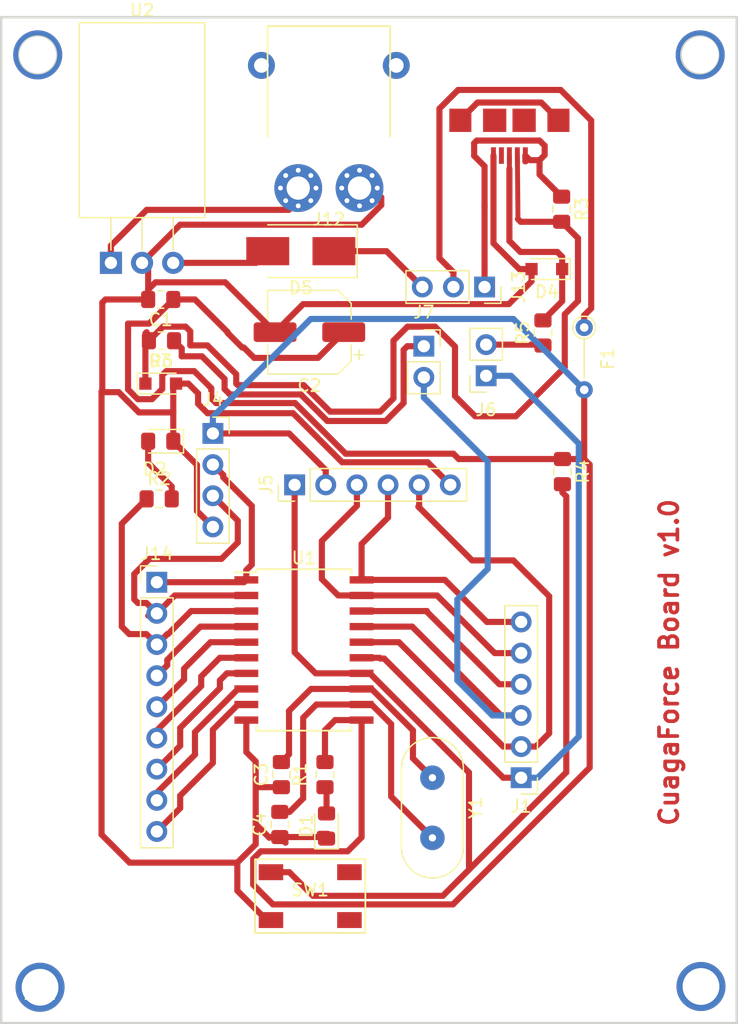
<source format=kicad_pcb>
(kicad_pcb (version 20171130) (host pcbnew 5.0.2-bee76a0~70~ubuntu16.04.1)

  (general
    (thickness 1.6)
    (drawings 7)
    (tracks 357)
    (zones 0)
    (modules 33)
    (nets 38)
  )

  (page A4)
  (layers
    (0 F.Cu signal)
    (31 B.Cu signal)
    (32 B.Adhes user)
    (33 F.Adhes user)
    (34 B.Paste user)
    (35 F.Paste user)
    (36 B.SilkS user)
    (37 F.SilkS user)
    (38 B.Mask user)
    (39 F.Mask user)
    (40 Dwgs.User user)
    (41 Cmts.User user)
    (42 Eco1.User user)
    (43 Eco2.User user)
    (44 Edge.Cuts user)
    (45 Margin user)
    (46 B.CrtYd user)
    (47 F.CrtYd user)
    (48 B.Fab user)
    (49 F.Fab user)
  )

  (setup
    (last_trace_width 0.5)
    (user_trace_width 0.4)
    (user_trace_width 0.5)
    (trace_clearance 0.2)
    (zone_clearance 0.508)
    (zone_45_only no)
    (trace_min 0.2)
    (segment_width 0.2)
    (edge_width 0.15)
    (via_size 0.8)
    (via_drill 0.4)
    (via_min_size 0.4)
    (via_min_drill 0.3)
    (uvia_size 0.3)
    (uvia_drill 0.1)
    (uvias_allowed no)
    (uvia_min_size 0.2)
    (uvia_min_drill 0.1)
    (pcb_text_width 0.3)
    (pcb_text_size 1.5 1.5)
    (mod_edge_width 0.15)
    (mod_text_size 1 1)
    (mod_text_width 0.15)
    (pad_size 1.524 1.524)
    (pad_drill 0.762)
    (pad_to_mask_clearance 0.051)
    (solder_mask_min_width 0.25)
    (aux_axis_origin 0 0)
    (visible_elements FFFFFF7F)
    (pcbplotparams
      (layerselection 0x010fc_ffffffff)
      (usegerberextensions false)
      (usegerberattributes false)
      (usegerberadvancedattributes false)
      (creategerberjobfile false)
      (excludeedgelayer true)
      (linewidth 0.100000)
      (plotframeref false)
      (viasonmask false)
      (mode 1)
      (useauxorigin false)
      (hpglpennumber 1)
      (hpglpenspeed 20)
      (hpglpendiameter 15.000000)
      (psnegative false)
      (psa4output false)
      (plotreference true)
      (plotvalue true)
      (plotinvisibletext false)
      (padsonsilk false)
      (subtractmaskfromsilk false)
      (outputformat 1)
      (mirror false)
      (drillshape 1)
      (scaleselection 1)
      (outputdirectory ""))
  )

  (net 0 "")
  (net 1 +5V)
  (net 2 Earth)
  (net 3 "Net-(C3-Pad2)")
  (net 4 "Net-(C4-Pad2)")
  (net 5 "Net-(D1-Pad2)")
  (net 6 "Net-(D2-Pad2)")
  (net 7 "Net-(D3-Pad1)")
  (net 8 "Net-(D4-Pad1)")
  (net 9 D+)
  (net 10 SCK)
  (net 11 D-)
  (net 12 PB3)
  (net 13 MISO)
  (net 14 MOSI)
  (net 15 TX0)
  (net 16 RX0)
  (net 17 PA6)
  (net 18 PA5)
  (net 19 PA4)
  (net 20 PA3)
  (net 21 PA2)
  (net 22 PA1)
  (net 23 PA0)
  (net 24 "Net-(J2-Pad4)")
  (net 25 "Net-(J2-Pad6)")
  (net 26 RESET)
  (net 27 "Net-(J6-Pad2)")
  (net 28 "Net-(J7-Pad1)")
  (net 29 "Net-(J8-Pad1)")
  (net 30 "Net-(J9-Pad1)")
  (net 31 "Net-(J10-Pad1)")
  (net 32 "Net-(J11-Pad1)")
  (net 33 "Net-(F1-Pad1)")
  (net 34 VCC)
  (net 35 VPP)
  (net 36 "Net-(D5-Pad1)")
  (net 37 "Net-(D5-Pad2)")

  (net_class Default "This is the default net class."
    (clearance 0.2)
    (trace_width 0.25)
    (via_dia 0.8)
    (via_drill 0.4)
    (uvia_dia 0.3)
    (uvia_drill 0.1)
    (add_net +5V)
    (add_net D+)
    (add_net D-)
    (add_net Earth)
    (add_net MISO)
    (add_net MOSI)
    (add_net "Net-(C3-Pad2)")
    (add_net "Net-(C4-Pad2)")
    (add_net "Net-(D1-Pad2)")
    (add_net "Net-(D2-Pad2)")
    (add_net "Net-(D3-Pad1)")
    (add_net "Net-(D4-Pad1)")
    (add_net "Net-(D5-Pad1)")
    (add_net "Net-(D5-Pad2)")
    (add_net "Net-(F1-Pad1)")
    (add_net "Net-(J10-Pad1)")
    (add_net "Net-(J11-Pad1)")
    (add_net "Net-(J2-Pad4)")
    (add_net "Net-(J2-Pad6)")
    (add_net "Net-(J6-Pad2)")
    (add_net "Net-(J7-Pad1)")
    (add_net "Net-(J8-Pad1)")
    (add_net "Net-(J9-Pad1)")
    (add_net PA0)
    (add_net PA1)
    (add_net PA2)
    (add_net PA3)
    (add_net PA4)
    (add_net PA5)
    (add_net PA6)
    (add_net PB3)
    (add_net RESET)
    (add_net RX0)
    (add_net SCK)
    (add_net TX0)
    (add_net VCC)
    (add_net VPP)
  )

  (module proyectoAjeno:XT30PW-F (layer F.Cu) (tedit 58A71FC8) (tstamp 5C74A12B)
    (at 177.419 72.4535)
    (path /5C5A22E9)
    (fp_text reference J12 (at 0 2.54) (layer F.SilkS)
      (effects (font (size 1 1) (thickness 0.15)))
    )
    (fp_text value Conn_01x02_XT30 (at 0 -3.81) (layer F.Fab)
      (effects (font (size 1 1) (thickness 0.15)))
    )
    (fp_line (start 5 -13.2) (end 5 -4.2) (layer F.SilkS) (width 0.15))
    (fp_line (start -5 -13.2) (end -5 -4.2) (layer F.SilkS) (width 0.15))
    (fp_line (start -5 -13.2) (end 5 -13.2) (layer F.SilkS) (width 0.15))
    (pad 2 thru_hole circle (at -2.5 0) (size 3.9 3.9) (drill 1.9) (layers *.Cu *.Mask)
      (net 35 VPP))
    (pad 1 thru_hole circle (at 2.5 0) (size 3.9 3.9) (drill 1.9) (layers *.Cu *.Mask)
      (net 2 Earth))
    (pad "" thru_hole circle (at 5.5 -10) (size 2.2 2.2) (drill 1.2) (layers *.Cu *.Mask))
    (pad "" thru_hole circle (at -5.5 -10) (size 2.2 2.2) (drill 1.2) (layers *.Cu *.Mask))
    (pad "" thru_hole circle (at -3.95 0) (size 0.6 0.6) (drill 0.4) (layers *.Cu *.Mask))
    (pad "" thru_hole circle (at -3.525 1.025) (size 0.6 0.6) (drill 0.4) (layers *.Cu *.Mask))
    (pad "" thru_hole circle (at -2.5 1.45) (size 0.6 0.6) (drill 0.4) (layers *.Cu *.Mask))
    (pad "" thru_hole circle (at -1.05 0) (size 0.6 0.6) (drill 0.4) (layers *.Cu *.Mask))
    (pad "" thru_hole circle (at -1.475 1.025) (size 0.6 0.6) (drill 0.4) (layers *.Cu *.Mask))
    (pad "" thru_hole circle (at -1.475 -1.025) (size 0.6 0.6) (drill 0.4) (layers *.Cu *.Mask))
    (pad "" thru_hole circle (at -2.5 -1.45) (size 0.6 0.6) (drill 0.4) (layers *.Cu *.Mask))
    (pad "" thru_hole circle (at -3.525 -1.025) (size 0.6 0.6) (drill 0.4) (layers *.Cu *.Mask))
    (pad "" thru_hole circle (at 3.95 0) (size 0.6 0.6) (drill 0.4) (layers *.Cu *.Mask))
    (pad "" thru_hole circle (at 3.525 1.025) (size 0.6 0.6) (drill 0.4) (layers *.Cu *.Mask))
    (pad "" thru_hole circle (at 2.5 1.45) (size 0.6 0.6) (drill 0.4) (layers *.Cu *.Mask))
    (pad "" thru_hole circle (at 1.475 1.025) (size 0.6 0.6) (drill 0.4) (layers *.Cu *.Mask))
    (pad "" thru_hole circle (at 1.05 0) (size 0.6 0.6) (drill 0.4) (layers *.Cu *.Mask))
    (pad "" thru_hole circle (at 1.475 -1.025) (size 0.6 0.6) (drill 0.4) (layers *.Cu *.Mask))
    (pad "" thru_hole circle (at 2.5 -1.45) (size 0.6 0.6) (drill 0.4) (layers *.Cu *.Mask))
    (pad "" thru_hole circle (at 3.525 -1.025) (size 0.6 0.6) (drill 0.4) (layers *.Cu *.Mask))
  )

  (module huellas:Pulsador_5,2x5,2 (layer F.Cu) (tedit 5C588468) (tstamp 5C8F37B2)
    (at 175.895 130.175 180)
    (path /5C5915A8)
    (fp_text reference SW1 (at 0 0.5 180) (layer F.SilkS)
      (effects (font (size 1 1) (thickness 0.15)))
    )
    (fp_text value SW_Push (at 0 -0.5 180) (layer F.Fab)
      (effects (font (size 1 1) (thickness 0.15)))
    )
    (fp_line (start -4.5 -3) (end 4.5 -3) (layer F.SilkS) (width 0.15))
    (fp_line (start -4.5 3) (end 4.5 3) (layer F.SilkS) (width 0.15))
    (fp_line (start 4.5 3) (end 4.5 -3) (layer F.SilkS) (width 0.15))
    (fp_line (start -4.5 3) (end -4.5 -3) (layer F.SilkS) (width 0.15))
    (pad 1 smd rect (at 3.2 1.95 180) (size 2 1.3) (layers F.Cu F.Paste F.Mask)
      (net 26 RESET))
    (pad 2 smd rect (at 3.2 -1.95 180) (size 2 1.3) (layers F.Cu F.Paste F.Mask)
      (net 2 Earth))
    (pad 3 smd rect (at -3.2 -1.95 180) (size 2 1.3) (layers F.Cu F.Paste F.Mask))
    (pad 4 smd rect (at -3.2 1.95 180) (size 2 1.3) (layers F.Cu F.Paste F.Mask))
  )

  (module Connector_PinHeader_2.54mm:PinHeader_1x09_P2.54mm_Vertical (layer F.Cu) (tedit 59FED5CC) (tstamp 5C6A4D54)
    (at 163.3855 104.5845)
    (descr "Through hole straight pin header, 1x09, 2.54mm pitch, single row")
    (tags "Through hole pin header THT 1x09 2.54mm single row")
    (path /5C5E085F)
    (fp_text reference J14 (at 0 -2.33) (layer F.SilkS)
      (effects (font (size 1 1) (thickness 0.15)))
    )
    (fp_text value Conn_01x09 (at 0 22.65) (layer F.Fab)
      (effects (font (size 1 1) (thickness 0.15)))
    )
    (fp_line (start -0.635 -1.27) (end 1.27 -1.27) (layer F.Fab) (width 0.1))
    (fp_line (start 1.27 -1.27) (end 1.27 21.59) (layer F.Fab) (width 0.1))
    (fp_line (start 1.27 21.59) (end -1.27 21.59) (layer F.Fab) (width 0.1))
    (fp_line (start -1.27 21.59) (end -1.27 -0.635) (layer F.Fab) (width 0.1))
    (fp_line (start -1.27 -0.635) (end -0.635 -1.27) (layer F.Fab) (width 0.1))
    (fp_line (start -1.33 21.65) (end 1.33 21.65) (layer F.SilkS) (width 0.12))
    (fp_line (start -1.33 1.27) (end -1.33 21.65) (layer F.SilkS) (width 0.12))
    (fp_line (start 1.33 1.27) (end 1.33 21.65) (layer F.SilkS) (width 0.12))
    (fp_line (start -1.33 1.27) (end 1.33 1.27) (layer F.SilkS) (width 0.12))
    (fp_line (start -1.33 0) (end -1.33 -1.33) (layer F.SilkS) (width 0.12))
    (fp_line (start -1.33 -1.33) (end 0 -1.33) (layer F.SilkS) (width 0.12))
    (fp_line (start -1.8 -1.8) (end -1.8 22.1) (layer F.CrtYd) (width 0.05))
    (fp_line (start -1.8 22.1) (end 1.8 22.1) (layer F.CrtYd) (width 0.05))
    (fp_line (start 1.8 22.1) (end 1.8 -1.8) (layer F.CrtYd) (width 0.05))
    (fp_line (start 1.8 -1.8) (end -1.8 -1.8) (layer F.CrtYd) (width 0.05))
    (fp_text user %R (at 0 10.16 90) (layer F.Fab)
      (effects (font (size 1 1) (thickness 0.15)))
    )
    (pad 1 thru_hole rect (at 0 0) (size 1.7 1.7) (drill 1) (layers *.Cu *.Mask)
      (net 15 TX0))
    (pad 2 thru_hole oval (at 0 2.54) (size 1.7 1.7) (drill 1) (layers *.Cu *.Mask)
      (net 16 RX0))
    (pad 3 thru_hole oval (at 0 5.08) (size 1.7 1.7) (drill 1) (layers *.Cu *.Mask)
      (net 17 PA6))
    (pad 4 thru_hole oval (at 0 7.62) (size 1.7 1.7) (drill 1) (layers *.Cu *.Mask)
      (net 18 PA5))
    (pad 5 thru_hole oval (at 0 10.16) (size 1.7 1.7) (drill 1) (layers *.Cu *.Mask)
      (net 19 PA4))
    (pad 6 thru_hole oval (at 0 12.7) (size 1.7 1.7) (drill 1) (layers *.Cu *.Mask)
      (net 20 PA3))
    (pad 7 thru_hole oval (at 0 15.24) (size 1.7 1.7) (drill 1) (layers *.Cu *.Mask)
      (net 21 PA2))
    (pad 8 thru_hole oval (at 0 17.78) (size 1.7 1.7) (drill 1) (layers *.Cu *.Mask)
      (net 22 PA1))
    (pad 9 thru_hole oval (at 0 20.32) (size 1.7 1.7) (drill 1) (layers *.Cu *.Mask)
      (net 23 PA0))
    (model ${KISYS3DMOD}/Connector_PinHeader_2.54mm.3dshapes/PinHeader_1x09_P2.54mm_Vertical.wrl
      (at (xyz 0 0 0))
      (scale (xyz 1 1 1))
      (rotate (xyz 0 0 0))
    )
  )

  (module Capacitor_SMD:C_0805_2012Metric_Pad1.15x1.40mm_HandSolder (layer F.Cu) (tedit 5B36C52B) (tstamp 5C8F35E6)
    (at 163.703 81.534 180)
    (descr "Capacitor SMD 0805 (2012 Metric), square (rectangular) end terminal, IPC_7351 nominal with elongated pad for handsoldering. (Body size source: https://docs.google.com/spreadsheets/d/1BsfQQcO9C6DZCsRaXUlFlo91Tg2WpOkGARC1WS5S8t0/edit?usp=sharing), generated with kicad-footprint-generator")
    (tags "capacitor handsolder")
    (path /5C587234)
    (attr smd)
    (fp_text reference C1 (at 0 -1.65 180) (layer F.SilkS)
      (effects (font (size 1 1) (thickness 0.15)))
    )
    (fp_text value C100nF (at 0 1.65 180) (layer F.Fab)
      (effects (font (size 1 1) (thickness 0.15)))
    )
    (fp_line (start -1 0.6) (end -1 -0.6) (layer F.Fab) (width 0.1))
    (fp_line (start -1 -0.6) (end 1 -0.6) (layer F.Fab) (width 0.1))
    (fp_line (start 1 -0.6) (end 1 0.6) (layer F.Fab) (width 0.1))
    (fp_line (start 1 0.6) (end -1 0.6) (layer F.Fab) (width 0.1))
    (fp_line (start -0.261252 -0.71) (end 0.261252 -0.71) (layer F.SilkS) (width 0.12))
    (fp_line (start -0.261252 0.71) (end 0.261252 0.71) (layer F.SilkS) (width 0.12))
    (fp_line (start -1.85 0.95) (end -1.85 -0.95) (layer F.CrtYd) (width 0.05))
    (fp_line (start -1.85 -0.95) (end 1.85 -0.95) (layer F.CrtYd) (width 0.05))
    (fp_line (start 1.85 -0.95) (end 1.85 0.95) (layer F.CrtYd) (width 0.05))
    (fp_line (start 1.85 0.95) (end -1.85 0.95) (layer F.CrtYd) (width 0.05))
    (fp_text user %R (at 0.127 -0.127 180) (layer F.Fab)
      (effects (font (size 0.5 0.5) (thickness 0.08)))
    )
    (pad 1 smd roundrect (at -1.025 0 180) (size 1.15 1.4) (layers F.Cu F.Paste F.Mask) (roundrect_rratio 0.217391)
      (net 1 +5V))
    (pad 2 smd roundrect (at 1.025 0 180) (size 1.15 1.4) (layers F.Cu F.Paste F.Mask) (roundrect_rratio 0.217391)
      (net 2 Earth))
    (model ${KISYS3DMOD}/Capacitor_SMD.3dshapes/C_0805_2012Metric.wrl
      (at (xyz 0 0 0))
      (scale (xyz 1 1 1))
      (rotate (xyz 0 0 0))
    )
  )

  (module Capacitor_SMD:CP_Elec_6.3x5.3 (layer F.Cu) (tedit 5BCA39D0) (tstamp 5C74BAE9)
    (at 175.8315 84.201 180)
    (descr "SMD capacitor, aluminum electrolytic, Cornell Dubilier, 6.3x5.3mm")
    (tags "capacitor electrolytic")
    (path /5C5872D8)
    (attr smd)
    (fp_text reference C2 (at 0 -4.35 180) (layer F.SilkS)
      (effects (font (size 1 1) (thickness 0.15)))
    )
    (fp_text value CP47uF (at 0 4.35 180) (layer F.Fab)
      (effects (font (size 1 1) (thickness 0.15)))
    )
    (fp_circle (center 0 0) (end 3.15 0) (layer F.Fab) (width 0.1))
    (fp_line (start 3.3 -3.3) (end 3.3 3.3) (layer F.Fab) (width 0.1))
    (fp_line (start -2.3 -3.3) (end 3.3 -3.3) (layer F.Fab) (width 0.1))
    (fp_line (start -2.3 3.3) (end 3.3 3.3) (layer F.Fab) (width 0.1))
    (fp_line (start -3.3 -2.3) (end -3.3 2.3) (layer F.Fab) (width 0.1))
    (fp_line (start -3.3 -2.3) (end -2.3 -3.3) (layer F.Fab) (width 0.1))
    (fp_line (start -3.3 2.3) (end -2.3 3.3) (layer F.Fab) (width 0.1))
    (fp_line (start -2.704838 -1.33) (end -2.074838 -1.33) (layer F.Fab) (width 0.1))
    (fp_line (start -2.389838 -1.645) (end -2.389838 -1.015) (layer F.Fab) (width 0.1))
    (fp_line (start 3.41 3.41) (end 3.41 1.06) (layer F.SilkS) (width 0.12))
    (fp_line (start 3.41 -3.41) (end 3.41 -1.06) (layer F.SilkS) (width 0.12))
    (fp_line (start -2.345563 -3.41) (end 3.41 -3.41) (layer F.SilkS) (width 0.12))
    (fp_line (start -2.345563 3.41) (end 3.41 3.41) (layer F.SilkS) (width 0.12))
    (fp_line (start -3.41 2.345563) (end -3.41 1.06) (layer F.SilkS) (width 0.12))
    (fp_line (start -3.41 -2.345563) (end -3.41 -1.06) (layer F.SilkS) (width 0.12))
    (fp_line (start -3.41 -2.345563) (end -2.345563 -3.41) (layer F.SilkS) (width 0.12))
    (fp_line (start -3.41 2.345563) (end -2.345563 3.41) (layer F.SilkS) (width 0.12))
    (fp_line (start -4.4375 -1.8475) (end -3.65 -1.8475) (layer F.SilkS) (width 0.12))
    (fp_line (start -4.04375 -2.24125) (end -4.04375 -1.45375) (layer F.SilkS) (width 0.12))
    (fp_line (start 3.55 -3.55) (end 3.55 -1.05) (layer F.CrtYd) (width 0.05))
    (fp_line (start 3.55 -1.05) (end 4.8 -1.05) (layer F.CrtYd) (width 0.05))
    (fp_line (start 4.8 -1.05) (end 4.8 1.05) (layer F.CrtYd) (width 0.05))
    (fp_line (start 4.8 1.05) (end 3.55 1.05) (layer F.CrtYd) (width 0.05))
    (fp_line (start 3.55 1.05) (end 3.55 3.55) (layer F.CrtYd) (width 0.05))
    (fp_line (start -2.4 3.55) (end 3.55 3.55) (layer F.CrtYd) (width 0.05))
    (fp_line (start -2.4 -3.55) (end 3.55 -3.55) (layer F.CrtYd) (width 0.05))
    (fp_line (start -3.55 2.4) (end -2.4 3.55) (layer F.CrtYd) (width 0.05))
    (fp_line (start -3.55 -2.4) (end -2.4 -3.55) (layer F.CrtYd) (width 0.05))
    (fp_line (start -3.55 -2.4) (end -3.55 -1.05) (layer F.CrtYd) (width 0.05))
    (fp_line (start -3.55 1.05) (end -3.55 2.4) (layer F.CrtYd) (width 0.05))
    (fp_line (start -3.55 -1.05) (end -4.8 -1.05) (layer F.CrtYd) (width 0.05))
    (fp_line (start -4.8 -1.05) (end -4.8 1.05) (layer F.CrtYd) (width 0.05))
    (fp_line (start -4.8 1.05) (end -3.55 1.05) (layer F.CrtYd) (width 0.05))
    (fp_text user %R (at 0 0 180) (layer F.Fab)
      (effects (font (size 1 1) (thickness 0.15)))
    )
    (pad 1 smd roundrect (at -2.8 0 180) (size 3.5 1.6) (layers F.Cu F.Paste F.Mask) (roundrect_rratio 0.15625)
      (net 1 +5V))
    (pad 2 smd roundrect (at 2.8 0 180) (size 3.5 1.6) (layers F.Cu F.Paste F.Mask) (roundrect_rratio 0.15625)
      (net 2 Earth))
    (model ${KISYS3DMOD}/Capacitor_SMD.3dshapes/CP_Elec_6.3x5.3.wrl
      (at (xyz 0 0 0))
      (scale (xyz 1 1 1))
      (rotate (xyz 0 0 0))
    )
  )

  (module Capacitor_SMD:C_0805_2012Metric_Pad1.15x1.40mm_HandSolder (layer F.Cu) (tedit 5B36C52B) (tstamp 5C8F361F)
    (at 173.5455 120.269 90)
    (descr "Capacitor SMD 0805 (2012 Metric), square (rectangular) end terminal, IPC_7351 nominal with elongated pad for handsoldering. (Body size source: https://docs.google.com/spreadsheets/d/1BsfQQcO9C6DZCsRaXUlFlo91Tg2WpOkGARC1WS5S8t0/edit?usp=sharing), generated with kicad-footprint-generator")
    (tags "capacitor handsolder")
    (path /5C586CEF)
    (attr smd)
    (fp_text reference C3 (at 0 -1.65 90) (layer F.SilkS)
      (effects (font (size 1 1) (thickness 0.15)))
    )
    (fp_text value C22pF (at 0 1.65 90) (layer F.Fab)
      (effects (font (size 1 1) (thickness 0.15)))
    )
    (fp_line (start -1 0.6) (end -1 -0.6) (layer F.Fab) (width 0.1))
    (fp_line (start -1 -0.6) (end 1 -0.6) (layer F.Fab) (width 0.1))
    (fp_line (start 1 -0.6) (end 1 0.6) (layer F.Fab) (width 0.1))
    (fp_line (start 1 0.6) (end -1 0.6) (layer F.Fab) (width 0.1))
    (fp_line (start -0.261252 -0.71) (end 0.261252 -0.71) (layer F.SilkS) (width 0.12))
    (fp_line (start -0.261252 0.71) (end 0.261252 0.71) (layer F.SilkS) (width 0.12))
    (fp_line (start -1.85 0.95) (end -1.85 -0.95) (layer F.CrtYd) (width 0.05))
    (fp_line (start -1.85 -0.95) (end 1.85 -0.95) (layer F.CrtYd) (width 0.05))
    (fp_line (start 1.85 -0.95) (end 1.85 0.95) (layer F.CrtYd) (width 0.05))
    (fp_line (start 1.85 0.95) (end -1.85 0.95) (layer F.CrtYd) (width 0.05))
    (fp_text user %R (at 0 0 90) (layer F.Fab)
      (effects (font (size 0.5 0.5) (thickness 0.08)))
    )
    (pad 1 smd roundrect (at -1.025 0 90) (size 1.15 1.4) (layers F.Cu F.Paste F.Mask) (roundrect_rratio 0.217391)
      (net 2 Earth))
    (pad 2 smd roundrect (at 1.025 0 90) (size 1.15 1.4) (layers F.Cu F.Paste F.Mask) (roundrect_rratio 0.217391)
      (net 3 "Net-(C3-Pad2)"))
    (model ${KISYS3DMOD}/Capacitor_SMD.3dshapes/C_0805_2012Metric.wrl
      (at (xyz 0 0 0))
      (scale (xyz 1 1 1))
      (rotate (xyz 0 0 0))
    )
  )

  (module Capacitor_SMD:C_0805_2012Metric_Pad1.15x1.40mm_HandSolder (layer F.Cu) (tedit 5B36C52B) (tstamp 5C8F3630)
    (at 173.4185 124.333 90)
    (descr "Capacitor SMD 0805 (2012 Metric), square (rectangular) end terminal, IPC_7351 nominal with elongated pad for handsoldering. (Body size source: https://docs.google.com/spreadsheets/d/1BsfQQcO9C6DZCsRaXUlFlo91Tg2WpOkGARC1WS5S8t0/edit?usp=sharing), generated with kicad-footprint-generator")
    (tags "capacitor handsolder")
    (path /5C586D90)
    (attr smd)
    (fp_text reference C4 (at 0 -1.65 90) (layer F.SilkS)
      (effects (font (size 1 1) (thickness 0.15)))
    )
    (fp_text value C22pF (at 0 1.65 90) (layer F.Fab)
      (effects (font (size 1 1) (thickness 0.15)))
    )
    (fp_text user %R (at 2.557999 5.111999 90) (layer F.Fab)
      (effects (font (size 0.5 0.5) (thickness 0.08)))
    )
    (fp_line (start 1.85 0.95) (end -1.85 0.95) (layer F.CrtYd) (width 0.05))
    (fp_line (start 1.85 -0.95) (end 1.85 0.95) (layer F.CrtYd) (width 0.05))
    (fp_line (start -1.85 -0.95) (end 1.85 -0.95) (layer F.CrtYd) (width 0.05))
    (fp_line (start -1.85 0.95) (end -1.85 -0.95) (layer F.CrtYd) (width 0.05))
    (fp_line (start -0.261252 0.71) (end 0.261252 0.71) (layer F.SilkS) (width 0.12))
    (fp_line (start -0.261252 -0.71) (end 0.261252 -0.71) (layer F.SilkS) (width 0.12))
    (fp_line (start 1 0.6) (end -1 0.6) (layer F.Fab) (width 0.1))
    (fp_line (start 1 -0.6) (end 1 0.6) (layer F.Fab) (width 0.1))
    (fp_line (start -1 -0.6) (end 1 -0.6) (layer F.Fab) (width 0.1))
    (fp_line (start -1 0.6) (end -1 -0.6) (layer F.Fab) (width 0.1))
    (pad 2 smd roundrect (at 1.025 0 90) (size 1.15 1.4) (layers F.Cu F.Paste F.Mask) (roundrect_rratio 0.217391)
      (net 4 "Net-(C4-Pad2)"))
    (pad 1 smd roundrect (at -1.025 0 90) (size 1.15 1.4) (layers F.Cu F.Paste F.Mask) (roundrect_rratio 0.217391)
      (net 2 Earth))
    (model ${KISYS3DMOD}/Capacitor_SMD.3dshapes/C_0805_2012Metric.wrl
      (at (xyz 0 0 0))
      (scale (xyz 1 1 1))
      (rotate (xyz 0 0 0))
    )
  )

  (module LED_SMD:LED_0805_2012Metric_Pad1.15x1.40mm_HandSolder (layer F.Cu) (tedit 5B4B45C9) (tstamp 5C8F3643)
    (at 177.2285 124.46 90)
    (descr "LED SMD 0805 (2012 Metric), square (rectangular) end terminal, IPC_7351 nominal, (Body size source: https://docs.google.com/spreadsheets/d/1BsfQQcO9C6DZCsRaXUlFlo91Tg2WpOkGARC1WS5S8t0/edit?usp=sharing), generated with kicad-footprint-generator")
    (tags "LED handsolder")
    (path /5C5C377B)
    (attr smd)
    (fp_text reference D1 (at 0 -1.65 90) (layer F.SilkS)
      (effects (font (size 1 1) (thickness 0.15)))
    )
    (fp_text value LED (at 0 1.65 90) (layer F.Fab)
      (effects (font (size 1 1) (thickness 0.15)))
    )
    (fp_line (start 1 -0.6) (end -0.7 -0.6) (layer F.Fab) (width 0.1))
    (fp_line (start -0.7 -0.6) (end -1 -0.3) (layer F.Fab) (width 0.1))
    (fp_line (start -1 -0.3) (end -1 0.6) (layer F.Fab) (width 0.1))
    (fp_line (start -1 0.6) (end 1 0.6) (layer F.Fab) (width 0.1))
    (fp_line (start 1 0.6) (end 1 -0.6) (layer F.Fab) (width 0.1))
    (fp_line (start 1 -0.96) (end -1.86 -0.96) (layer F.SilkS) (width 0.12))
    (fp_line (start -1.86 -0.96) (end -1.86 0.96) (layer F.SilkS) (width 0.12))
    (fp_line (start -1.86 0.96) (end 1 0.96) (layer F.SilkS) (width 0.12))
    (fp_line (start -1.85 0.95) (end -1.85 -0.95) (layer F.CrtYd) (width 0.05))
    (fp_line (start -1.85 -0.95) (end 1.85 -0.95) (layer F.CrtYd) (width 0.05))
    (fp_line (start 1.85 -0.95) (end 1.85 0.95) (layer F.CrtYd) (width 0.05))
    (fp_line (start 1.85 0.95) (end -1.85 0.95) (layer F.CrtYd) (width 0.05))
    (fp_text user %R (at 0 0 270) (layer F.Fab)
      (effects (font (size 0.5 0.5) (thickness 0.08)))
    )
    (pad 1 smd roundrect (at -1.025 0 90) (size 1.15 1.4) (layers F.Cu F.Paste F.Mask) (roundrect_rratio 0.217391)
      (net 2 Earth))
    (pad 2 smd roundrect (at 1.025 0 90) (size 1.15 1.4) (layers F.Cu F.Paste F.Mask) (roundrect_rratio 0.217391)
      (net 5 "Net-(D1-Pad2)"))
    (model ${KISYS3DMOD}/LED_SMD.3dshapes/LED_0805_2012Metric.wrl
      (at (xyz 0 0 0))
      (scale (xyz 1 1 1))
      (rotate (xyz 0 0 0))
    )
  )

  (module LED_SMD:LED_0805_2012Metric_Pad1.15x1.40mm_HandSolder (layer F.Cu) (tedit 5B4B45C9) (tstamp 5C8F3656)
    (at 163.703 93.091 180)
    (descr "LED SMD 0805 (2012 Metric), square (rectangular) end terminal, IPC_7351 nominal, (Body size source: https://docs.google.com/spreadsheets/d/1BsfQQcO9C6DZCsRaXUlFlo91Tg2WpOkGARC1WS5S8t0/edit?usp=sharing), generated with kicad-footprint-generator")
    (tags "LED handsolder")
    (path /5C5F2CF7)
    (attr smd)
    (fp_text reference D2 (at 0.487999 -2.266001 180) (layer F.SilkS)
      (effects (font (size 1 1) (thickness 0.15)))
    )
    (fp_text value LED (at 0 1.65 180) (layer F.Fab)
      (effects (font (size 1 1) (thickness 0.15)))
    )
    (fp_text user %R (at 0 0 180) (layer F.Fab)
      (effects (font (size 0.5 0.5) (thickness 0.08)))
    )
    (fp_line (start 1.85 0.95) (end -1.85 0.95) (layer F.CrtYd) (width 0.05))
    (fp_line (start 1.85 -0.95) (end 1.85 0.95) (layer F.CrtYd) (width 0.05))
    (fp_line (start -1.85 -0.95) (end 1.85 -0.95) (layer F.CrtYd) (width 0.05))
    (fp_line (start -1.85 0.95) (end -1.85 -0.95) (layer F.CrtYd) (width 0.05))
    (fp_line (start -1.86 0.96) (end 1 0.96) (layer F.SilkS) (width 0.12))
    (fp_line (start -1.86 -0.96) (end -1.86 0.96) (layer F.SilkS) (width 0.12))
    (fp_line (start 1 -0.96) (end -1.86 -0.96) (layer F.SilkS) (width 0.12))
    (fp_line (start 1 0.6) (end 1 -0.6) (layer F.Fab) (width 0.1))
    (fp_line (start -1 0.6) (end 1 0.6) (layer F.Fab) (width 0.1))
    (fp_line (start -1 -0.3) (end -1 0.6) (layer F.Fab) (width 0.1))
    (fp_line (start -0.7 -0.6) (end -1 -0.3) (layer F.Fab) (width 0.1))
    (fp_line (start 1 -0.6) (end -0.7 -0.6) (layer F.Fab) (width 0.1))
    (pad 2 smd roundrect (at 1.025 0 180) (size 1.15 1.4) (layers F.Cu F.Paste F.Mask) (roundrect_rratio 0.217391)
      (net 6 "Net-(D2-Pad2)"))
    (pad 1 smd roundrect (at -1.025 0 180) (size 1.15 1.4) (layers F.Cu F.Paste F.Mask) (roundrect_rratio 0.217391)
      (net 2 Earth))
    (model ${KISYS3DMOD}/LED_SMD.3dshapes/LED_0805_2012Metric.wrl
      (at (xyz 0 0 0))
      (scale (xyz 1 1 1))
      (rotate (xyz 0 0 0))
    )
  )

  (module Diode_SMD:D_SOD-323_HandSoldering (layer F.Cu) (tedit 58641869) (tstamp 5C8F366E)
    (at 163.703 88.392)
    (descr SOD-323)
    (tags SOD-323)
    (path /5C589BDB)
    (attr smd)
    (fp_text reference D3 (at 0 -1.85) (layer F.SilkS)
      (effects (font (size 1 1) (thickness 0.15)))
    )
    (fp_text value D_Zener (at 0.1 1.9) (layer F.Fab)
      (effects (font (size 1 1) (thickness 0.15)))
    )
    (fp_line (start -1.9 -0.85) (end 1.25 -0.85) (layer F.SilkS) (width 0.12))
    (fp_line (start -1.9 0.85) (end 1.25 0.85) (layer F.SilkS) (width 0.12))
    (fp_line (start -2 -0.95) (end -2 0.95) (layer F.CrtYd) (width 0.05))
    (fp_line (start -2 0.95) (end 2 0.95) (layer F.CrtYd) (width 0.05))
    (fp_line (start 2 -0.95) (end 2 0.95) (layer F.CrtYd) (width 0.05))
    (fp_line (start -2 -0.95) (end 2 -0.95) (layer F.CrtYd) (width 0.05))
    (fp_line (start -0.9 -0.7) (end 0.9 -0.7) (layer F.Fab) (width 0.1))
    (fp_line (start 0.9 -0.7) (end 0.9 0.7) (layer F.Fab) (width 0.1))
    (fp_line (start 0.9 0.7) (end -0.9 0.7) (layer F.Fab) (width 0.1))
    (fp_line (start -0.9 0.7) (end -0.9 -0.7) (layer F.Fab) (width 0.1))
    (fp_line (start -0.3 -0.35) (end -0.3 0.35) (layer F.Fab) (width 0.1))
    (fp_line (start -0.3 0) (end -0.5 0) (layer F.Fab) (width 0.1))
    (fp_line (start -0.3 0) (end 0.2 -0.35) (layer F.Fab) (width 0.1))
    (fp_line (start 0.2 -0.35) (end 0.2 0.35) (layer F.Fab) (width 0.1))
    (fp_line (start 0.2 0.35) (end -0.3 0) (layer F.Fab) (width 0.1))
    (fp_line (start 0.2 0) (end 0.45 0) (layer F.Fab) (width 0.1))
    (fp_line (start -1.9 -0.85) (end -1.9 0.85) (layer F.SilkS) (width 0.12))
    (fp_text user %R (at 0 -1.85) (layer F.Fab)
      (effects (font (size 1 1) (thickness 0.15)))
    )
    (pad 2 smd rect (at 1.25 0) (size 1 1) (layers F.Cu F.Paste F.Mask)
      (net 2 Earth))
    (pad 1 smd rect (at -1.25 0) (size 1 1) (layers F.Cu F.Paste F.Mask)
      (net 7 "Net-(D3-Pad1)"))
    (model ${KISYS3DMOD}/Diode_SMD.3dshapes/D_SOD-323.wrl
      (at (xyz 0 0 0))
      (scale (xyz 1 1 1))
      (rotate (xyz 0 0 0))
    )
  )

  (module Diode_SMD:D_SOD-323_HandSoldering (layer F.Cu) (tedit 58641869) (tstamp 5C8F3686)
    (at 195.199 79.0575 180)
    (descr SOD-323)
    (tags SOD-323)
    (path /5C589C0D)
    (attr smd)
    (fp_text reference D4 (at 0 -1.85 180) (layer F.SilkS)
      (effects (font (size 1 1) (thickness 0.15)))
    )
    (fp_text value D_Zener (at 0.1 1.9 180) (layer F.Fab)
      (effects (font (size 1 1) (thickness 0.15)))
    )
    (fp_text user %R (at 0 -1.85 180) (layer F.Fab)
      (effects (font (size 1 1) (thickness 0.15)))
    )
    (fp_line (start -1.9 -0.85) (end -1.9 0.85) (layer F.SilkS) (width 0.12))
    (fp_line (start 0.2 0) (end 0.45 0) (layer F.Fab) (width 0.1))
    (fp_line (start 0.2 0.35) (end -0.3 0) (layer F.Fab) (width 0.1))
    (fp_line (start 0.2 -0.35) (end 0.2 0.35) (layer F.Fab) (width 0.1))
    (fp_line (start -0.3 0) (end 0.2 -0.35) (layer F.Fab) (width 0.1))
    (fp_line (start -0.3 0) (end -0.5 0) (layer F.Fab) (width 0.1))
    (fp_line (start -0.3 -0.35) (end -0.3 0.35) (layer F.Fab) (width 0.1))
    (fp_line (start -0.9 0.7) (end -0.9 -0.7) (layer F.Fab) (width 0.1))
    (fp_line (start 0.9 0.7) (end -0.9 0.7) (layer F.Fab) (width 0.1))
    (fp_line (start 0.9 -0.7) (end 0.9 0.7) (layer F.Fab) (width 0.1))
    (fp_line (start -0.9 -0.7) (end 0.9 -0.7) (layer F.Fab) (width 0.1))
    (fp_line (start -2 -0.95) (end 2 -0.95) (layer F.CrtYd) (width 0.05))
    (fp_line (start 2 -0.95) (end 2 0.95) (layer F.CrtYd) (width 0.05))
    (fp_line (start -2 0.95) (end 2 0.95) (layer F.CrtYd) (width 0.05))
    (fp_line (start -2 -0.95) (end -2 0.95) (layer F.CrtYd) (width 0.05))
    (fp_line (start -1.9 0.85) (end 1.25 0.85) (layer F.SilkS) (width 0.12))
    (fp_line (start -1.9 -0.85) (end 1.25 -0.85) (layer F.SilkS) (width 0.12))
    (pad 1 smd rect (at -1.25 0 180) (size 1 1) (layers F.Cu F.Paste F.Mask)
      (net 8 "Net-(D4-Pad1)"))
    (pad 2 smd rect (at 1.25 0 180) (size 1 1) (layers F.Cu F.Paste F.Mask)
      (net 2 Earth))
    (model ${KISYS3DMOD}/Diode_SMD.3dshapes/D_SOD-323.wrl
      (at (xyz 0 0 0))
      (scale (xyz 1 1 1))
      (rotate (xyz 0 0 0))
    )
  )

  (module other:MICRO_USB_SMD (layer F.Cu) (tedit 5C2E339C) (tstamp 5C8F36BE)
    (at 192.1445 65.479 180)
    (path /5C5886BD)
    (fp_text reference J2 (at 0 0.5 180) (layer F.Fab)
      (effects (font (size 0.3 0.3) (thickness 0.075)))
    )
    (fp_text value USB_B_Micro (at 0 -0.5 180) (layer F.Fab)
      (effects (font (size 0.3 0.3) (thickness 0.075)))
    )
    (fp_line (start 3.8 1.3) (end -3.8 1.3) (layer F.Fab) (width 0.15))
    (fp_line (start 3.8 -5) (end 3.8 1.3) (layer F.Fab) (width 0.15))
    (fp_line (start -3.8 -5) (end 3.8 -5) (layer F.Fab) (width 0.15))
    (fp_line (start -3.8 1.3) (end -3.8 -5) (layer F.Fab) (width 0.15))
    (fp_line (start 5.5 0) (end 5.5 5) (layer F.CrtYd) (width 0.1))
    (fp_line (start -5.5 0) (end -5.5 5) (layer F.CrtYd) (width 0.1))
    (pad "" np_thru_hole circle (at 2.075 -3.9 180) (size 0.7 0.7) (drill 0.7) (layers *.Cu *.Mask F.SilkS))
    (pad "" np_thru_hole circle (at -2.075 -3.9 180) (size 0.7 0.7) (drill 0.7) (layers *.Cu *.Mask F.SilkS))
    (pad 5 smd rect (at 1.3 -4.325 180) (size 0.4 1.35) (layers F.Cu F.Paste F.Mask)
      (net 2 Earth))
    (pad 4 smd rect (at 0.65 -4.325 180) (size 0.4 1.35) (layers F.Cu F.Paste F.Mask)
      (net 24 "Net-(J2-Pad4)"))
    (pad 3 smd rect (at 0 -4.325 180) (size 0.4 1.35) (layers F.Cu F.Paste F.Mask)
      (net 8 "Net-(D4-Pad1)"))
    (pad 2 smd rect (at -0.65 -4.325 180) (size 0.4 1.35) (layers F.Cu F.Paste F.Mask)
      (net 7 "Net-(D3-Pad1)"))
    (pad 1 smd rect (at -1.3 -4.325 180) (size 0.4 1.35) (layers F.Cu F.Paste F.Mask)
      (net 34 VCC))
    (pad "" smd rect (at 1.2 -1.45 180) (size 1.9 1.9) (layers F.Cu F.Paste F.Mask))
    (pad "" smd rect (at -1.2 -1.45 180) (size 1.9 1.9) (layers F.Cu F.Paste F.Mask))
    (pad 6 smd rect (at 4 -1.45 180) (size 1.8 1.9) (layers F.Cu F.Paste F.Mask)
      (net 25 "Net-(J2-Pad6)"))
    (pad 6 smd rect (at -4 -1.45 180) (size 1.8 1.9) (layers F.Cu F.Paste F.Mask)
      (net 25 "Net-(J2-Pad6)"))
  )

  (module Connector_PinSocket_2.54mm:PinSocket_1x04_P2.54mm_Vertical (layer F.Cu) (tedit 5A19A429) (tstamp 5C8F36E8)
    (at 167.9575 92.456)
    (descr "Through hole straight socket strip, 1x04, 2.54mm pitch, single row (from Kicad 4.0.7), script generated")
    (tags "Through hole socket strip THT 1x04 2.54mm single row")
    (path /5C59B073)
    (fp_text reference J4 (at 0 -2.77) (layer F.SilkS)
      (effects (font (size 1 1) (thickness 0.15)))
    )
    (fp_text value Conn_01x04_Serie_0 (at 0 10.39) (layer F.Fab)
      (effects (font (size 1 1) (thickness 0.15)))
    )
    (fp_line (start -1.27 -1.27) (end 0.635 -1.27) (layer F.Fab) (width 0.1))
    (fp_line (start 0.635 -1.27) (end 1.27 -0.635) (layer F.Fab) (width 0.1))
    (fp_line (start 1.27 -0.635) (end 1.27 8.89) (layer F.Fab) (width 0.1))
    (fp_line (start 1.27 8.89) (end -1.27 8.89) (layer F.Fab) (width 0.1))
    (fp_line (start -1.27 8.89) (end -1.27 -1.27) (layer F.Fab) (width 0.1))
    (fp_line (start -1.33 1.27) (end 1.33 1.27) (layer F.SilkS) (width 0.12))
    (fp_line (start -1.33 1.27) (end -1.33 8.95) (layer F.SilkS) (width 0.12))
    (fp_line (start -1.33 8.95) (end 1.33 8.95) (layer F.SilkS) (width 0.12))
    (fp_line (start 1.33 1.27) (end 1.33 8.95) (layer F.SilkS) (width 0.12))
    (fp_line (start 1.33 -1.33) (end 1.33 0) (layer F.SilkS) (width 0.12))
    (fp_line (start 0 -1.33) (end 1.33 -1.33) (layer F.SilkS) (width 0.12))
    (fp_line (start -1.8 -1.8) (end 1.75 -1.8) (layer F.CrtYd) (width 0.05))
    (fp_line (start 1.75 -1.8) (end 1.75 9.4) (layer F.CrtYd) (width 0.05))
    (fp_line (start 1.75 9.4) (end -1.8 9.4) (layer F.CrtYd) (width 0.05))
    (fp_line (start -1.8 9.4) (end -1.8 -1.8) (layer F.CrtYd) (width 0.05))
    (fp_text user %R (at 0 3.81 -270) (layer F.Fab)
      (effects (font (size 1 1) (thickness 0.15)))
    )
    (pad 1 thru_hole rect (at 0 0) (size 1.7 1.7) (drill 1) (layers *.Cu *.Mask)
      (net 1 +5V))
    (pad 2 thru_hole oval (at 0 2.54) (size 1.7 1.7) (drill 1) (layers *.Cu *.Mask)
      (net 15 TX0))
    (pad 3 thru_hole oval (at 0 5.08) (size 1.7 1.7) (drill 1) (layers *.Cu *.Mask)
      (net 16 RX0))
    (pad 4 thru_hole oval (at 0 7.62) (size 1.7 1.7) (drill 1) (layers *.Cu *.Mask)
      (net 2 Earth))
    (model ${KISYS3DMOD}/Connector_PinSocket_2.54mm.3dshapes/PinSocket_1x04_P2.54mm_Vertical.wrl
      (at (xyz 0 0 0))
      (scale (xyz 1 1 1))
      (rotate (xyz 0 0 0))
    )
  )

  (module Connector_PinSocket_2.54mm:PinSocket_1x02_P2.54mm_Vertical (layer F.Cu) (tedit 5A19A420) (tstamp 5C8F3716)
    (at 190.246 87.757 180)
    (descr "Through hole straight socket strip, 1x02, 2.54mm pitch, single row (from Kicad 4.0.7), script generated")
    (tags "Through hole socket strip THT 1x02 2.54mm single row")
    (path /5C59ECB5)
    (fp_text reference J6 (at 0 -2.77 180) (layer F.SilkS)
      (effects (font (size 1 1) (thickness 0.15)))
    )
    (fp_text value Conn_01x02 (at 0 5.31 180) (layer F.Fab)
      (effects (font (size 1 1) (thickness 0.15)))
    )
    (fp_line (start -1.27 -1.27) (end 0.635 -1.27) (layer F.Fab) (width 0.1))
    (fp_line (start 0.635 -1.27) (end 1.27 -0.635) (layer F.Fab) (width 0.1))
    (fp_line (start 1.27 -0.635) (end 1.27 3.81) (layer F.Fab) (width 0.1))
    (fp_line (start 1.27 3.81) (end -1.27 3.81) (layer F.Fab) (width 0.1))
    (fp_line (start -1.27 3.81) (end -1.27 -1.27) (layer F.Fab) (width 0.1))
    (fp_line (start -1.33 1.27) (end 1.33 1.27) (layer F.SilkS) (width 0.12))
    (fp_line (start -1.33 1.27) (end -1.33 3.87) (layer F.SilkS) (width 0.12))
    (fp_line (start -1.33 3.87) (end 1.33 3.87) (layer F.SilkS) (width 0.12))
    (fp_line (start 1.33 1.27) (end 1.33 3.87) (layer F.SilkS) (width 0.12))
    (fp_line (start 1.33 -1.33) (end 1.33 0) (layer F.SilkS) (width 0.12))
    (fp_line (start 0 -1.33) (end 1.33 -1.33) (layer F.SilkS) (width 0.12))
    (fp_line (start -1.8 -1.8) (end 1.75 -1.8) (layer F.CrtYd) (width 0.05))
    (fp_line (start 1.75 -1.8) (end 1.75 4.3) (layer F.CrtYd) (width 0.05))
    (fp_line (start 1.75 4.3) (end -1.8 4.3) (layer F.CrtYd) (width 0.05))
    (fp_line (start -1.8 4.3) (end -1.8 -1.8) (layer F.CrtYd) (width 0.05))
    (fp_text user %R (at 0.499999 0.148999 270) (layer F.Fab)
      (effects (font (size 1 1) (thickness 0.15)))
    )
    (pad 1 thru_hole rect (at 0 0 180) (size 1.7 1.7) (drill 1) (layers *.Cu *.Mask)
      (net 9 D+))
    (pad 2 thru_hole oval (at 0 2.54 180) (size 1.7 1.7) (drill 1) (layers *.Cu *.Mask)
      (net 27 "Net-(J6-Pad2)"))
    (model ${KISYS3DMOD}/Connector_PinSocket_2.54mm.3dshapes/PinSocket_1x02_P2.54mm_Vertical.wrl
      (at (xyz 0 0 0))
      (scale (xyz 1 1 1))
      (rotate (xyz 0 0 0))
    )
  )

  (module Connector_PinSocket_2.54mm:PinSocket_1x02_P2.54mm_Vertical (layer F.Cu) (tedit 5A19A420) (tstamp 5C8F372C)
    (at 185.166 85.344)
    (descr "Through hole straight socket strip, 1x02, 2.54mm pitch, single row (from Kicad 4.0.7), script generated")
    (tags "Through hole socket strip THT 1x02 2.54mm single row")
    (path /5C59ED11)
    (fp_text reference J7 (at 0 -2.77) (layer F.SilkS)
      (effects (font (size 1 1) (thickness 0.15)))
    )
    (fp_text value Conn_01x02 (at 0 5.31) (layer F.Fab)
      (effects (font (size 1 1) (thickness 0.15)))
    )
    (fp_text user %R (at 0 1.27 90) (layer F.Fab)
      (effects (font (size 1 1) (thickness 0.15)))
    )
    (fp_line (start -1.8 4.3) (end -1.8 -1.8) (layer F.CrtYd) (width 0.05))
    (fp_line (start 1.75 4.3) (end -1.8 4.3) (layer F.CrtYd) (width 0.05))
    (fp_line (start 1.75 -1.8) (end 1.75 4.3) (layer F.CrtYd) (width 0.05))
    (fp_line (start -1.8 -1.8) (end 1.75 -1.8) (layer F.CrtYd) (width 0.05))
    (fp_line (start 0 -1.33) (end 1.33 -1.33) (layer F.SilkS) (width 0.12))
    (fp_line (start 1.33 -1.33) (end 1.33 0) (layer F.SilkS) (width 0.12))
    (fp_line (start 1.33 1.27) (end 1.33 3.87) (layer F.SilkS) (width 0.12))
    (fp_line (start -1.33 3.87) (end 1.33 3.87) (layer F.SilkS) (width 0.12))
    (fp_line (start -1.33 1.27) (end -1.33 3.87) (layer F.SilkS) (width 0.12))
    (fp_line (start -1.33 1.27) (end 1.33 1.27) (layer F.SilkS) (width 0.12))
    (fp_line (start -1.27 3.81) (end -1.27 -1.27) (layer F.Fab) (width 0.1))
    (fp_line (start 1.27 3.81) (end -1.27 3.81) (layer F.Fab) (width 0.1))
    (fp_line (start 1.27 -0.635) (end 1.27 3.81) (layer F.Fab) (width 0.1))
    (fp_line (start 0.635 -1.27) (end 1.27 -0.635) (layer F.Fab) (width 0.1))
    (fp_line (start -1.27 -1.27) (end 0.635 -1.27) (layer F.Fab) (width 0.1))
    (pad 2 thru_hole oval (at 0 2.54) (size 1.7 1.7) (drill 1) (layers *.Cu *.Mask)
      (net 11 D-))
    (pad 1 thru_hole rect (at 0 0) (size 1.7 1.7) (drill 1) (layers *.Cu *.Mask)
      (net 28 "Net-(J7-Pad1)"))
    (model ${KISYS3DMOD}/Connector_PinSocket_2.54mm.3dshapes/PinSocket_1x02_P2.54mm_Vertical.wrl
      (at (xyz 0 0 0))
      (scale (xyz 1 1 1))
      (rotate (xyz 0 0 0))
    )
  )

  (module huellas:hole (layer F.Cu) (tedit 5C4898E4) (tstamp 5C8F3731)
    (at 207.7085 61.595)
    (path /5C590575)
    (fp_text reference J8 (at 0 0.5) (layer F.SilkS)
      (effects (font (size 1 1) (thickness 0.15)))
    )
    (fp_text value Agujero (at 0 -0.5) (layer F.Fab)
      (effects (font (size 1 1) (thickness 0.15)))
    )
    (pad 1 thru_hole circle (at 0 0) (size 4 4) (drill 3) (layers *.Cu *.Mask)
      (net 29 "Net-(J8-Pad1)"))
  )

  (module huellas:hole (layer F.Cu) (tedit 5C4898E4) (tstamp 5C8F3736)
    (at 207.772 137.541)
    (path /5C5905FB)
    (fp_text reference J9 (at 0 0.5) (layer F.SilkS)
      (effects (font (size 1 1) (thickness 0.15)))
    )
    (fp_text value Agujero (at 0 -0.5) (layer F.Fab)
      (effects (font (size 1 1) (thickness 0.15)))
    )
    (pad 1 thru_hole circle (at 0 0) (size 4 4) (drill 3) (layers *.Cu *.Mask)
      (net 30 "Net-(J9-Pad1)"))
  )

  (module huellas:hole (layer F.Cu) (tedit 5C4898E4) (tstamp 5C8F373B)
    (at 153.67 61.595)
    (path /5C590C6D)
    (fp_text reference J10 (at 0 0.5) (layer F.SilkS)
      (effects (font (size 1 1) (thickness 0.15)))
    )
    (fp_text value Agujero (at 0 -0.5) (layer F.Fab)
      (effects (font (size 1 1) (thickness 0.15)))
    )
    (pad 1 thru_hole circle (at 0 0) (size 4 4) (drill 3) (layers *.Cu *.Mask)
      (net 31 "Net-(J10-Pad1)"))
  )

  (module huellas:hole (layer F.Cu) (tedit 5C4898E4) (tstamp 5C8F3740)
    (at 153.8605 137.6045)
    (path /5C590CB3)
    (fp_text reference J11 (at 0 0.5) (layer F.SilkS)
      (effects (font (size 1 1) (thickness 0.15)))
    )
    (fp_text value Agujero (at 0 -0.5) (layer F.Fab)
      (effects (font (size 1 1) (thickness 0.15)))
    )
    (pad 1 thru_hole circle (at 0 0) (size 4 4) (drill 3) (layers *.Cu *.Mask)
      (net 32 "Net-(J11-Pad1)"))
  )

  (module Resistor_SMD:R_0805_2012Metric_Pad1.15x1.40mm_HandSolder (layer F.Cu) (tedit 5C5DCA87) (tstamp 5C8F3751)
    (at 177.1015 120.269 90)
    (descr "Resistor SMD 0805 (2012 Metric), square (rectangular) end terminal, IPC_7351 nominal with elongated pad for handsoldering. (Body size source: https://docs.google.com/spreadsheets/d/1BsfQQcO9C6DZCsRaXUlFlo91Tg2WpOkGARC1WS5S8t0/edit?usp=sharing), generated with kicad-footprint-generator")
    (tags "resistor handsolder")
    (path /5C5CDA33)
    (attr smd)
    (fp_text reference R1 (at -0.009 -2.032 90) (layer F.SilkS)
      (effects (font (size 1 1) (thickness 0.15)))
    )
    (fp_text value R330 (at 0 1.65 90) (layer F.Fab)
      (effects (font (size 1 1) (thickness 0.15)))
    )
    (fp_text user %R (at 0 0 90) (layer F.Fab)
      (effects (font (size 0.5 0.5) (thickness 0.08)))
    )
    (fp_line (start 1.85 0.95) (end -1.85 0.95) (layer F.CrtYd) (width 0.05))
    (fp_line (start 1.85 -0.95) (end 1.85 0.95) (layer F.CrtYd) (width 0.05))
    (fp_line (start -1.85 -0.95) (end 1.85 -0.95) (layer F.CrtYd) (width 0.05))
    (fp_line (start -1.85 0.95) (end -1.85 -0.95) (layer F.CrtYd) (width 0.05))
    (fp_line (start -0.261252 0.71) (end 0.261252 0.71) (layer F.SilkS) (width 0.12))
    (fp_line (start -0.261252 -0.71) (end 0.261252 -0.71) (layer F.SilkS) (width 0.12))
    (fp_line (start 1 0.6) (end -1 0.6) (layer F.Fab) (width 0.1))
    (fp_line (start 1 -0.6) (end 1 0.6) (layer F.Fab) (width 0.1))
    (fp_line (start -1 -0.6) (end 1 -0.6) (layer F.Fab) (width 0.1))
    (fp_line (start -1 0.6) (end -1 -0.6) (layer F.Fab) (width 0.1))
    (pad 2 smd roundrect (at 1.025 0 90) (size 1.15 1.4) (layers F.Cu F.Paste F.Mask) (roundrect_rratio 0.217391)
      (net 1 +5V))
    (pad 1 smd roundrect (at -1.025 0 90) (size 1.15 1.4) (layers F.Cu F.Paste F.Mask) (roundrect_rratio 0.217391)
      (net 5 "Net-(D1-Pad2)"))
    (model ${KISYS3DMOD}/Resistor_SMD.3dshapes/R_0805_2012Metric.wrl
      (at (xyz 0 0 0))
      (scale (xyz 1 1 1))
      (rotate (xyz 0 0 0))
    )
  )

  (module Resistor_SMD:R_0805_2012Metric_Pad1.15x1.40mm_HandSolder (layer F.Cu) (tedit 5B36C52B) (tstamp 5C6A2E4F)
    (at 163.576 97.79)
    (descr "Resistor SMD 0805 (2012 Metric), square (rectangular) end terminal, IPC_7351 nominal with elongated pad for handsoldering. (Body size source: https://docs.google.com/spreadsheets/d/1BsfQQcO9C6DZCsRaXUlFlo91Tg2WpOkGARC1WS5S8t0/edit?usp=sharing), generated with kicad-footprint-generator")
    (tags "resistor handsolder")
    (path /5C5F2B2A)
    (attr smd)
    (fp_text reference R2 (at 0 -1.65) (layer F.SilkS)
      (effects (font (size 1 1) (thickness 0.15)))
    )
    (fp_text value R330 (at 0 1.65) (layer F.Fab)
      (effects (font (size 1 1) (thickness 0.15)))
    )
    (fp_line (start -1 0.6) (end -1 -0.6) (layer F.Fab) (width 0.1))
    (fp_line (start -1 -0.6) (end 1 -0.6) (layer F.Fab) (width 0.1))
    (fp_line (start 1 -0.6) (end 1 0.6) (layer F.Fab) (width 0.1))
    (fp_line (start 1 0.6) (end -1 0.6) (layer F.Fab) (width 0.1))
    (fp_line (start -0.261252 -0.71) (end 0.261252 -0.71) (layer F.SilkS) (width 0.12))
    (fp_line (start -0.261252 0.71) (end 0.261252 0.71) (layer F.SilkS) (width 0.12))
    (fp_line (start -1.85 0.95) (end -1.85 -0.95) (layer F.CrtYd) (width 0.05))
    (fp_line (start -1.85 -0.95) (end 1.85 -0.95) (layer F.CrtYd) (width 0.05))
    (fp_line (start 1.85 -0.95) (end 1.85 0.95) (layer F.CrtYd) (width 0.05))
    (fp_line (start 1.85 0.95) (end -1.85 0.95) (layer F.CrtYd) (width 0.05))
    (fp_text user %R (at 0 0) (layer F.Fab)
      (effects (font (size 0.5 0.5) (thickness 0.08)))
    )
    (pad 1 smd roundrect (at -1.025 0) (size 1.15 1.4) (layers F.Cu F.Paste F.Mask) (roundrect_rratio 0.217391)
      (net 17 PA6))
    (pad 2 smd roundrect (at 1.025 0) (size 1.15 1.4) (layers F.Cu F.Paste F.Mask) (roundrect_rratio 0.217391)
      (net 6 "Net-(D2-Pad2)"))
    (model ${KISYS3DMOD}/Resistor_SMD.3dshapes/R_0805_2012Metric.wrl
      (at (xyz 0 0 0))
      (scale (xyz 1 1 1))
      (rotate (xyz 0 0 0))
    )
  )

  (module Resistor_SMD:R_0805_2012Metric_Pad1.15x1.40mm_HandSolder (layer F.Cu) (tedit 5B36C52B) (tstamp 5C8F3773)
    (at 196.4055 74.177 270)
    (descr "Resistor SMD 0805 (2012 Metric), square (rectangular) end terminal, IPC_7351 nominal with elongated pad for handsoldering. (Body size source: https://docs.google.com/spreadsheets/d/1BsfQQcO9C6DZCsRaXUlFlo91Tg2WpOkGARC1WS5S8t0/edit?usp=sharing), generated with kicad-footprint-generator")
    (tags "resistor handsolder")
    (path /5C58C4C5)
    (attr smd)
    (fp_text reference R3 (at 0 -1.65 270) (layer F.SilkS)
      (effects (font (size 1 1) (thickness 0.15)))
    )
    (fp_text value R10K (at 0 1.65 270) (layer F.Fab)
      (effects (font (size 1 1) (thickness 0.15)))
    )
    (fp_text user %R (at 0.0725 0 270) (layer F.Fab)
      (effects (font (size 0.5 0.5) (thickness 0.08)))
    )
    (fp_line (start 1.85 0.95) (end -1.85 0.95) (layer F.CrtYd) (width 0.05))
    (fp_line (start 1.85 -0.95) (end 1.85 0.95) (layer F.CrtYd) (width 0.05))
    (fp_line (start -1.85 -0.95) (end 1.85 -0.95) (layer F.CrtYd) (width 0.05))
    (fp_line (start -1.85 0.95) (end -1.85 -0.95) (layer F.CrtYd) (width 0.05))
    (fp_line (start -0.261252 0.71) (end 0.261252 0.71) (layer F.SilkS) (width 0.12))
    (fp_line (start -0.261252 -0.71) (end 0.261252 -0.71) (layer F.SilkS) (width 0.12))
    (fp_line (start 1 0.6) (end -1 0.6) (layer F.Fab) (width 0.1))
    (fp_line (start 1 -0.6) (end 1 0.6) (layer F.Fab) (width 0.1))
    (fp_line (start -1 -0.6) (end 1 -0.6) (layer F.Fab) (width 0.1))
    (fp_line (start -1 0.6) (end -1 -0.6) (layer F.Fab) (width 0.1))
    (pad 2 smd roundrect (at 1.025 0 270) (size 1.15 1.4) (layers F.Cu F.Paste F.Mask) (roundrect_rratio 0.217391)
      (net 7 "Net-(D3-Pad1)"))
    (pad 1 smd roundrect (at -1.025 0 270) (size 1.15 1.4) (layers F.Cu F.Paste F.Mask) (roundrect_rratio 0.217391)
      (net 34 VCC))
    (model ${KISYS3DMOD}/Resistor_SMD.3dshapes/R_0805_2012Metric.wrl
      (at (xyz 0 0 0))
      (scale (xyz 1 1 1))
      (rotate (xyz 0 0 0))
    )
  )

  (module Resistor_SMD:R_0805_2012Metric_Pad1.15x1.40mm_HandSolder (layer F.Cu) (tedit 5B36C52B) (tstamp 5C8F3784)
    (at 196.469 95.5675 270)
    (descr "Resistor SMD 0805 (2012 Metric), square (rectangular) end terminal, IPC_7351 nominal with elongated pad for handsoldering. (Body size source: https://docs.google.com/spreadsheets/d/1BsfQQcO9C6DZCsRaXUlFlo91Tg2WpOkGARC1WS5S8t0/edit?usp=sharing), generated with kicad-footprint-generator")
    (tags "resistor handsolder")
    (path /5C591856)
    (attr smd)
    (fp_text reference R4 (at 0 -1.65 270) (layer F.SilkS)
      (effects (font (size 1 1) (thickness 0.15)))
    )
    (fp_text value R10K (at 0 1.65 270) (layer F.Fab)
      (effects (font (size 1 1) (thickness 0.15)))
    )
    (fp_text user %R (at 0 0 270) (layer F.Fab)
      (effects (font (size 0.5 0.5) (thickness 0.08)))
    )
    (fp_line (start 1.85 0.95) (end -1.85 0.95) (layer F.CrtYd) (width 0.05))
    (fp_line (start 1.85 -0.95) (end 1.85 0.95) (layer F.CrtYd) (width 0.05))
    (fp_line (start -1.85 -0.95) (end 1.85 -0.95) (layer F.CrtYd) (width 0.05))
    (fp_line (start -1.85 0.95) (end -1.85 -0.95) (layer F.CrtYd) (width 0.05))
    (fp_line (start -0.261252 0.71) (end 0.261252 0.71) (layer F.SilkS) (width 0.12))
    (fp_line (start -0.261252 -0.71) (end 0.261252 -0.71) (layer F.SilkS) (width 0.12))
    (fp_line (start 1 0.6) (end -1 0.6) (layer F.Fab) (width 0.1))
    (fp_line (start 1 -0.6) (end 1 0.6) (layer F.Fab) (width 0.1))
    (fp_line (start -1 -0.6) (end 1 -0.6) (layer F.Fab) (width 0.1))
    (fp_line (start -1 0.6) (end -1 -0.6) (layer F.Fab) (width 0.1))
    (pad 2 smd roundrect (at 1.025 0 270) (size 1.15 1.4) (layers F.Cu F.Paste F.Mask) (roundrect_rratio 0.217391)
      (net 26 RESET))
    (pad 1 smd roundrect (at -1.025 0 270) (size 1.15 1.4) (layers F.Cu F.Paste F.Mask) (roundrect_rratio 0.217391)
      (net 1 +5V))
    (model ${KISYS3DMOD}/Resistor_SMD.3dshapes/R_0805_2012Metric.wrl
      (at (xyz 0 0 0))
      (scale (xyz 1 1 1))
      (rotate (xyz 0 0 0))
    )
  )

  (module Resistor_SMD:R_0805_2012Metric_Pad1.15x1.40mm_HandSolder (layer F.Cu) (tedit 5B36C52B) (tstamp 5C8F3795)
    (at 194.8815 84.2645 90)
    (descr "Resistor SMD 0805 (2012 Metric), square (rectangular) end terminal, IPC_7351 nominal with elongated pad for handsoldering. (Body size source: https://docs.google.com/spreadsheets/d/1BsfQQcO9C6DZCsRaXUlFlo91Tg2WpOkGARC1WS5S8t0/edit?usp=sharing), generated with kicad-footprint-generator")
    (tags "resistor handsolder")
    (path /5C58DADA)
    (attr smd)
    (fp_text reference R5 (at 0 -1.65 90) (layer F.SilkS)
      (effects (font (size 1 1) (thickness 0.15)))
    )
    (fp_text value R68 (at 0 1.65 90) (layer F.Fab)
      (effects (font (size 1 1) (thickness 0.15)))
    )
    (fp_line (start -1 0.6) (end -1 -0.6) (layer F.Fab) (width 0.1))
    (fp_line (start -1 -0.6) (end 1 -0.6) (layer F.Fab) (width 0.1))
    (fp_line (start 1 -0.6) (end 1 0.6) (layer F.Fab) (width 0.1))
    (fp_line (start 1 0.6) (end -1 0.6) (layer F.Fab) (width 0.1))
    (fp_line (start -0.261252 -0.71) (end 0.261252 -0.71) (layer F.SilkS) (width 0.12))
    (fp_line (start -0.261252 0.71) (end 0.261252 0.71) (layer F.SilkS) (width 0.12))
    (fp_line (start -1.85 0.95) (end -1.85 -0.95) (layer F.CrtYd) (width 0.05))
    (fp_line (start -1.85 -0.95) (end 1.85 -0.95) (layer F.CrtYd) (width 0.05))
    (fp_line (start 1.85 -0.95) (end 1.85 0.95) (layer F.CrtYd) (width 0.05))
    (fp_line (start 1.85 0.95) (end -1.85 0.95) (layer F.CrtYd) (width 0.05))
    (fp_text user %R (at 0 0 90) (layer F.Fab)
      (effects (font (size 0.5 0.5) (thickness 0.08)))
    )
    (pad 1 smd roundrect (at -1.025 0 90) (size 1.15 1.4) (layers F.Cu F.Paste F.Mask) (roundrect_rratio 0.217391)
      (net 27 "Net-(J6-Pad2)"))
    (pad 2 smd roundrect (at 1.025 0 90) (size 1.15 1.4) (layers F.Cu F.Paste F.Mask) (roundrect_rratio 0.217391)
      (net 8 "Net-(D4-Pad1)"))
    (model ${KISYS3DMOD}/Resistor_SMD.3dshapes/R_0805_2012Metric.wrl
      (at (xyz 0 0 0))
      (scale (xyz 1 1 1))
      (rotate (xyz 0 0 0))
    )
  )

  (module Resistor_SMD:R_0805_2012Metric_Pad1.15x1.40mm_HandSolder (layer F.Cu) (tedit 5B36C52B) (tstamp 5C8F37A6)
    (at 163.7665 84.8995 180)
    (descr "Resistor SMD 0805 (2012 Metric), square (rectangular) end terminal, IPC_7351 nominal with elongated pad for handsoldering. (Body size source: https://docs.google.com/spreadsheets/d/1BsfQQcO9C6DZCsRaXUlFlo91Tg2WpOkGARC1WS5S8t0/edit?usp=sharing), generated with kicad-footprint-generator")
    (tags "resistor handsolder")
    (path /5C58DB32)
    (attr smd)
    (fp_text reference R6 (at 0 -1.65 180) (layer F.SilkS)
      (effects (font (size 1 1) (thickness 0.15)))
    )
    (fp_text value R68 (at 0 1.65 180) (layer F.Fab)
      (effects (font (size 1 1) (thickness 0.15)))
    )
    (fp_line (start -1 0.6) (end -1 -0.6) (layer F.Fab) (width 0.1))
    (fp_line (start -1 -0.6) (end 1 -0.6) (layer F.Fab) (width 0.1))
    (fp_line (start 1 -0.6) (end 1 0.6) (layer F.Fab) (width 0.1))
    (fp_line (start 1 0.6) (end -1 0.6) (layer F.Fab) (width 0.1))
    (fp_line (start -0.261252 -0.71) (end 0.261252 -0.71) (layer F.SilkS) (width 0.12))
    (fp_line (start -0.261252 0.71) (end 0.261252 0.71) (layer F.SilkS) (width 0.12))
    (fp_line (start -1.85 0.95) (end -1.85 -0.95) (layer F.CrtYd) (width 0.05))
    (fp_line (start -1.85 -0.95) (end 1.85 -0.95) (layer F.CrtYd) (width 0.05))
    (fp_line (start 1.85 -0.95) (end 1.85 0.95) (layer F.CrtYd) (width 0.05))
    (fp_line (start 1.85 0.95) (end -1.85 0.95) (layer F.CrtYd) (width 0.05))
    (fp_text user %R (at 0 0 180) (layer F.Fab)
      (effects (font (size 0.5 0.5) (thickness 0.08)))
    )
    (pad 1 smd roundrect (at -1.025 0 180) (size 1.15 1.4) (layers F.Cu F.Paste F.Mask) (roundrect_rratio 0.217391)
      (net 28 "Net-(J7-Pad1)"))
    (pad 2 smd roundrect (at 1.025 0 180) (size 1.15 1.4) (layers F.Cu F.Paste F.Mask) (roundrect_rratio 0.217391)
      (net 7 "Net-(D3-Pad1)"))
    (model ${KISYS3DMOD}/Resistor_SMD.3dshapes/R_0805_2012Metric.wrl
      (at (xyz 0 0 0))
      (scale (xyz 1 1 1))
      (rotate (xyz 0 0 0))
    )
  )

  (module Package_SO:SOIC-20W_7.5x12.8mm_P1.27mm (layer F.Cu) (tedit 5A02F2D3) (tstamp 5C8F37DB)
    (at 175.387 110.109)
    (descr "20-Lead Plastic Small Outline (SO) - Wide, 7.50 mm Body [SOIC] (see Microchip Packaging Specification 00000049BS.pdf)")
    (tags "SOIC 1.27")
    (path /5C585CD3)
    (attr smd)
    (fp_text reference U1 (at 0 -7.5) (layer F.SilkS)
      (effects (font (size 1 1) (thickness 0.15)))
    )
    (fp_text value ATtiny1634-SU (at 0 7.5) (layer F.Fab)
      (effects (font (size 1 1) (thickness 0.15)))
    )
    (fp_text user %R (at 0 0) (layer F.Fab)
      (effects (font (size 1 1) (thickness 0.15)))
    )
    (fp_line (start -2.75 -6.4) (end 3.75 -6.4) (layer F.Fab) (width 0.15))
    (fp_line (start 3.75 -6.4) (end 3.75 6.4) (layer F.Fab) (width 0.15))
    (fp_line (start 3.75 6.4) (end -3.75 6.4) (layer F.Fab) (width 0.15))
    (fp_line (start -3.75 6.4) (end -3.75 -5.4) (layer F.Fab) (width 0.15))
    (fp_line (start -3.75 -5.4) (end -2.75 -6.4) (layer F.Fab) (width 0.15))
    (fp_line (start -5.95 -6.75) (end -5.95 6.75) (layer F.CrtYd) (width 0.05))
    (fp_line (start 5.95 -6.75) (end 5.95 6.75) (layer F.CrtYd) (width 0.05))
    (fp_line (start -5.95 -6.75) (end 5.95 -6.75) (layer F.CrtYd) (width 0.05))
    (fp_line (start -5.95 6.75) (end 5.95 6.75) (layer F.CrtYd) (width 0.05))
    (fp_line (start -3.875 -6.575) (end -3.875 -6.325) (layer F.SilkS) (width 0.15))
    (fp_line (start 3.875 -6.575) (end 3.875 -6.24) (layer F.SilkS) (width 0.15))
    (fp_line (start 3.875 6.575) (end 3.875 6.24) (layer F.SilkS) (width 0.15))
    (fp_line (start -3.875 6.575) (end -3.875 6.24) (layer F.SilkS) (width 0.15))
    (fp_line (start -3.875 -6.575) (end 3.875 -6.575) (layer F.SilkS) (width 0.15))
    (fp_line (start -3.875 6.575) (end 3.875 6.575) (layer F.SilkS) (width 0.15))
    (fp_line (start -3.875 -6.325) (end -5.675 -6.325) (layer F.SilkS) (width 0.15))
    (pad 1 smd rect (at -4.7 -5.715) (size 1.95 0.6) (layers F.Cu F.Paste F.Mask)
      (net 15 TX0))
    (pad 2 smd rect (at -4.7 -4.445) (size 1.95 0.6) (layers F.Cu F.Paste F.Mask)
      (net 16 RX0))
    (pad 3 smd rect (at -4.7 -3.175) (size 1.95 0.6) (layers F.Cu F.Paste F.Mask)
      (net 17 PA6))
    (pad 4 smd rect (at -4.7 -1.905) (size 1.95 0.6) (layers F.Cu F.Paste F.Mask)
      (net 18 PA5))
    (pad 5 smd rect (at -4.7 -0.635) (size 1.95 0.6) (layers F.Cu F.Paste F.Mask)
      (net 19 PA4))
    (pad 6 smd rect (at -4.7 0.635) (size 1.95 0.6) (layers F.Cu F.Paste F.Mask)
      (net 20 PA3))
    (pad 7 smd rect (at -4.7 1.905) (size 1.95 0.6) (layers F.Cu F.Paste F.Mask)
      (net 21 PA2))
    (pad 8 smd rect (at -4.7 3.175) (size 1.95 0.6) (layers F.Cu F.Paste F.Mask)
      (net 22 PA1))
    (pad 9 smd rect (at -4.7 4.445) (size 1.95 0.6) (layers F.Cu F.Paste F.Mask)
      (net 23 PA0))
    (pad 10 smd rect (at -4.7 5.715) (size 1.95 0.6) (layers F.Cu F.Paste F.Mask)
      (net 2 Earth))
    (pad 11 smd rect (at 4.7 5.715) (size 1.95 0.6) (layers F.Cu F.Paste F.Mask)
      (net 1 +5V))
    (pad 12 smd rect (at 4.7 4.445) (size 1.95 0.6) (layers F.Cu F.Paste F.Mask)
      (net 4 "Net-(C4-Pad2)"))
    (pad 13 smd rect (at 4.7 3.175) (size 1.95 0.6) (layers F.Cu F.Paste F.Mask)
      (net 3 "Net-(C3-Pad2)"))
    (pad 14 smd rect (at 4.7 1.905) (size 1.95 0.6) (layers F.Cu F.Paste F.Mask)
      (net 26 RESET))
    (pad 15 smd rect (at 4.7 0.635) (size 1.95 0.6) (layers F.Cu F.Paste F.Mask)
      (net 9 D+))
    (pad 16 smd rect (at 4.7 -0.635) (size 1.95 0.6) (layers F.Cu F.Paste F.Mask)
      (net 10 SCK))
    (pad 17 smd rect (at 4.7 -1.905) (size 1.95 0.6) (layers F.Cu F.Paste F.Mask)
      (net 11 D-))
    (pad 18 smd rect (at 4.7 -3.175) (size 1.95 0.6) (layers F.Cu F.Paste F.Mask)
      (net 12 PB3))
    (pad 19 smd rect (at 4.7 -4.445) (size 1.95 0.6) (layers F.Cu F.Paste F.Mask)
      (net 13 MISO))
    (pad 20 smd rect (at 4.7 -5.715) (size 1.95 0.6) (layers F.Cu F.Paste F.Mask)
      (net 14 MOSI))
    (model ${KISYS3DMOD}/Package_SO.3dshapes/SOIC-20W_7.5x12.8mm_P1.27mm.wrl
      (at (xyz 0 0 0))
      (scale (xyz 1 1 1))
      (rotate (xyz 0 0 0))
    )
  )

  (module Compluino_03:Crystal (layer F.Cu) (tedit 58D11EA6) (tstamp 5C8F4576)
    (at 185.8645 120.523 270)
    (descr "Crystal THT HC-50, http://www.crovencrystals.com/croven_pdf/HC-50_Crystal_Holder_Rev_00.pdf")
    (tags "THT crystalHC-50")
    (path /5C586BEE)
    (fp_text reference Y1 (at 2.45 -3.525 270) (layer F.SilkS)
      (effects (font (size 1 1) (thickness 0.15)))
    )
    (fp_text value "Crystal 16MHz" (at 2.45 3.525 270) (layer F.Fab)
      (effects (font (size 1 1) (thickness 0.15)))
    )
    (fp_text user %R (at 2.45 0 270) (layer F.Fab)
      (effects (font (size 1 1) (thickness 0.15)))
    )
    (fp_line (start -0.75 -2.325) (end 5.65 -2.325) (layer F.Fab) (width 0.1))
    (fp_line (start -0.75 2.325) (end 5.65 2.325) (layer F.Fab) (width 0.1))
    (fp_line (start -0.75 -1.9) (end 5.65 -1.9) (layer F.Fab) (width 0.1))
    (fp_line (start -0.75 1.9) (end 5.65 1.9) (layer F.Fab) (width 0.1))
    (fp_line (start -0.75 -2.525) (end 5.65 -2.525) (layer F.SilkS) (width 0.12))
    (fp_line (start -0.75 2.525) (end 5.65 2.525) (layer F.SilkS) (width 0.12))
    (fp_line (start -3.6 -2.8) (end -3.6 2.8) (layer F.CrtYd) (width 0.05))
    (fp_line (start -3.6 2.8) (end 8.5 2.8) (layer F.CrtYd) (width 0.05))
    (fp_line (start 8.5 2.8) (end 8.5 -2.8) (layer F.CrtYd) (width 0.05))
    (fp_line (start 8.5 -2.8) (end -3.6 -2.8) (layer F.CrtYd) (width 0.05))
    (fp_arc (start -0.75 0) (end -0.75 -2.325) (angle -180) (layer F.Fab) (width 0.1))
    (fp_arc (start 5.65 0) (end 5.65 -2.325) (angle 180) (layer F.Fab) (width 0.1))
    (fp_arc (start -0.75 0) (end -0.75 -1.9) (angle -180) (layer F.Fab) (width 0.1))
    (fp_arc (start 5.65 0) (end 5.65 -1.9) (angle 180) (layer F.Fab) (width 0.1))
    (fp_arc (start -0.75 0) (end -0.75 -2.525) (angle -180) (layer F.SilkS) (width 0.12))
    (fp_arc (start 5.65 0) (end 5.65 -2.525) (angle 180) (layer F.SilkS) (width 0.12))
    (pad 1 thru_hole circle (at 0 0 270) (size 2 2) (drill 0.6) (layers *.Cu *.Mask)
      (net 3 "Net-(C3-Pad2)"))
    (pad 2 thru_hole circle (at 4.9 0 270) (size 2 2) (drill 0.6) (layers *.Cu *.Mask)
      (net 4 "Net-(C4-Pad2)"))
    (model ${KISYS3DMOD}/Crystals.3dshapes/Crystal_HC50_Vertical.wrl
      (at (xyz 0 0 0))
      (scale (xyz 0.393701 0.393701 0.393701))
      (rotate (xyz 0 0 0))
    )
  )

  (module Resistor_THT:R_Axial_DIN0204_L3.6mm_D1.6mm_P5.08mm_Vertical (layer F.Cu) (tedit 5AE5139B) (tstamp 5C6A536F)
    (at 198.247 83.82 270)
    (descr "Resistor, Axial_DIN0204 series, Axial, Vertical, pin pitch=5.08mm, 0.167W, length*diameter=3.6*1.6mm^2, http://cdn-reichelt.de/documents/datenblatt/B400/1_4W%23YAG.pdf")
    (tags "Resistor Axial_DIN0204 series Axial Vertical pin pitch 5.08mm 0.167W length 3.6mm diameter 1.6mm")
    (path /5C5AE93C)
    (fp_text reference F1 (at 2.54 -1.92 270) (layer F.SilkS)
      (effects (font (size 1 1) (thickness 0.15)))
    )
    (fp_text value Polyfuse (at 2.54 1.92 270) (layer F.Fab)
      (effects (font (size 1 1) (thickness 0.15)))
    )
    (fp_circle (center 0 0) (end 0.8 0) (layer F.Fab) (width 0.1))
    (fp_circle (center 0 0) (end 0.92 0) (layer F.SilkS) (width 0.12))
    (fp_line (start 0 0) (end 5.08 0) (layer F.Fab) (width 0.1))
    (fp_line (start 0.92 0) (end 4.08 0) (layer F.SilkS) (width 0.12))
    (fp_line (start -1.05 -1.05) (end -1.05 1.05) (layer F.CrtYd) (width 0.05))
    (fp_line (start -1.05 1.05) (end 6.03 1.05) (layer F.CrtYd) (width 0.05))
    (fp_line (start 6.03 1.05) (end 6.03 -1.05) (layer F.CrtYd) (width 0.05))
    (fp_line (start 6.03 -1.05) (end -1.05 -1.05) (layer F.CrtYd) (width 0.05))
    (fp_text user %R (at 2.54 -1.92 270) (layer F.Fab)
      (effects (font (size 1 1) (thickness 0.15)))
    )
    (pad 1 thru_hole circle (at 0 0 270) (size 1.4 1.4) (drill 0.7) (layers *.Cu *.Mask)
      (net 33 "Net-(F1-Pad1)"))
    (pad 2 thru_hole oval (at 5.08 0 270) (size 1.4 1.4) (drill 0.7) (layers *.Cu *.Mask)
      (net 1 +5V))
    (model ${KISYS3DMOD}/Resistor_THT.3dshapes/R_Axial_DIN0204_L3.6mm_D1.6mm_P5.08mm_Vertical.wrl
      (at (xyz 0 0 0))
      (scale (xyz 1 1 1))
      (rotate (xyz 0 0 0))
    )
  )

  (module Connector_PinSocket_2.54mm:PinSocket_1x03_P2.54mm_Vertical (layer F.Cu) (tedit 5A19A429) (tstamp 5C6A341E)
    (at 190.119 80.518 270)
    (descr "Through hole straight socket strip, 1x03, 2.54mm pitch, single row (from Kicad 4.0.7), script generated")
    (tags "Through hole socket strip THT 1x03 2.54mm single row")
    (path /5C59D4CB)
    (fp_text reference J13 (at 0 -2.77 270) (layer F.SilkS)
      (effects (font (size 1 1) (thickness 0.15)))
    )
    (fp_text value Conn_01x03_Alimentacion (at 0 7.85 270) (layer F.Fab)
      (effects (font (size 1 1) (thickness 0.15)))
    )
    (fp_line (start -1.27 -1.27) (end 0.635 -1.27) (layer F.Fab) (width 0.1))
    (fp_line (start 0.635 -1.27) (end 1.27 -0.635) (layer F.Fab) (width 0.1))
    (fp_line (start 1.27 -0.635) (end 1.27 6.35) (layer F.Fab) (width 0.1))
    (fp_line (start 1.27 6.35) (end -1.27 6.35) (layer F.Fab) (width 0.1))
    (fp_line (start -1.27 6.35) (end -1.27 -1.27) (layer F.Fab) (width 0.1))
    (fp_line (start -1.33 1.27) (end 1.33 1.27) (layer F.SilkS) (width 0.12))
    (fp_line (start -1.33 1.27) (end -1.33 6.41) (layer F.SilkS) (width 0.12))
    (fp_line (start -1.33 6.41) (end 1.33 6.41) (layer F.SilkS) (width 0.12))
    (fp_line (start 1.33 1.27) (end 1.33 6.41) (layer F.SilkS) (width 0.12))
    (fp_line (start 1.33 -1.33) (end 1.33 0) (layer F.SilkS) (width 0.12))
    (fp_line (start 0 -1.33) (end 1.33 -1.33) (layer F.SilkS) (width 0.12))
    (fp_line (start -1.8 -1.8) (end 1.75 -1.8) (layer F.CrtYd) (width 0.05))
    (fp_line (start 1.75 -1.8) (end 1.75 6.85) (layer F.CrtYd) (width 0.05))
    (fp_line (start 1.75 6.85) (end -1.8 6.85) (layer F.CrtYd) (width 0.05))
    (fp_line (start -1.8 6.85) (end -1.8 -1.8) (layer F.CrtYd) (width 0.05))
    (fp_text user %R (at 0 2.54) (layer F.Fab)
      (effects (font (size 1 1) (thickness 0.15)))
    )
    (pad 1 thru_hole rect (at 0 0 270) (size 1.7 1.7) (drill 1) (layers *.Cu *.Mask)
      (net 34 VCC))
    (pad 2 thru_hole oval (at 0 2.54 270) (size 1.7 1.7) (drill 1) (layers *.Cu *.Mask)
      (net 33 "Net-(F1-Pad1)"))
    (pad 3 thru_hole oval (at 0 5.08 270) (size 1.7 1.7) (drill 1) (layers *.Cu *.Mask)
      (net 36 "Net-(D5-Pad1)"))
    (model ${KISYS3DMOD}/Connector_PinSocket_2.54mm.3dshapes/PinSocket_1x03_P2.54mm_Vertical.wrl
      (at (xyz 0 0 0))
      (scale (xyz 1 1 1))
      (rotate (xyz 0 0 0))
    )
  )

  (module Connector_PinHeader_2.54mm:PinHeader_1x06_P2.54mm_Vertical (layer F.Cu) (tedit 59FED5CC) (tstamp 5C6A4CAD)
    (at 193.1035 120.523 180)
    (descr "Through hole straight pin header, 1x06, 2.54mm pitch, single row")
    (tags "Through hole pin header THT 1x06 2.54mm single row")
    (path /5C5A3B32)
    (fp_text reference J1 (at 0 -2.33 180) (layer F.SilkS)
      (effects (font (size 1 1) (thickness 0.15)))
    )
    (fp_text value Conn_01x06 (at 0 15.03 180) (layer F.Fab)
      (effects (font (size 1 1) (thickness 0.15)))
    )
    (fp_line (start -0.635 -1.27) (end 1.27 -1.27) (layer F.Fab) (width 0.1))
    (fp_line (start 1.27 -1.27) (end 1.27 13.97) (layer F.Fab) (width 0.1))
    (fp_line (start 1.27 13.97) (end -1.27 13.97) (layer F.Fab) (width 0.1))
    (fp_line (start -1.27 13.97) (end -1.27 -0.635) (layer F.Fab) (width 0.1))
    (fp_line (start -1.27 -0.635) (end -0.635 -1.27) (layer F.Fab) (width 0.1))
    (fp_line (start -1.33 14.03) (end 1.33 14.03) (layer F.SilkS) (width 0.12))
    (fp_line (start -1.33 1.27) (end -1.33 14.03) (layer F.SilkS) (width 0.12))
    (fp_line (start 1.33 1.27) (end 1.33 14.03) (layer F.SilkS) (width 0.12))
    (fp_line (start -1.33 1.27) (end 1.33 1.27) (layer F.SilkS) (width 0.12))
    (fp_line (start -1.33 0) (end -1.33 -1.33) (layer F.SilkS) (width 0.12))
    (fp_line (start -1.33 -1.33) (end 0 -1.33) (layer F.SilkS) (width 0.12))
    (fp_line (start -1.8 -1.8) (end -1.8 14.5) (layer F.CrtYd) (width 0.05))
    (fp_line (start -1.8 14.5) (end 1.8 14.5) (layer F.CrtYd) (width 0.05))
    (fp_line (start 1.8 14.5) (end 1.8 -1.8) (layer F.CrtYd) (width 0.05))
    (fp_line (start 1.8 -1.8) (end -1.8 -1.8) (layer F.CrtYd) (width 0.05))
    (fp_text user %R (at 0 6.35 270) (layer F.Fab)
      (effects (font (size 1 1) (thickness 0.15)))
    )
    (pad 1 thru_hole rect (at 0 0 180) (size 1.7 1.7) (drill 1) (layers *.Cu *.Mask)
      (net 9 D+))
    (pad 2 thru_hole oval (at 0 2.54 180) (size 1.7 1.7) (drill 1) (layers *.Cu *.Mask)
      (net 10 SCK))
    (pad 3 thru_hole oval (at 0 5.08 180) (size 1.7 1.7) (drill 1) (layers *.Cu *.Mask)
      (net 11 D-))
    (pad 4 thru_hole oval (at 0 7.62 180) (size 1.7 1.7) (drill 1) (layers *.Cu *.Mask)
      (net 12 PB3))
    (pad 5 thru_hole oval (at 0 10.16 180) (size 1.7 1.7) (drill 1) (layers *.Cu *.Mask)
      (net 13 MISO))
    (pad 6 thru_hole oval (at 0 12.7 180) (size 1.7 1.7) (drill 1) (layers *.Cu *.Mask)
      (net 14 MOSI))
    (model ${KISYS3DMOD}/Connector_PinHeader_2.54mm.3dshapes/PinHeader_1x06_P2.54mm_Vertical.wrl
      (at (xyz 0 0 0))
      (scale (xyz 1 1 1))
      (rotate (xyz 0 0 0))
    )
  )

  (module Connector_PinHeader_2.54mm:PinHeader_1x06_P2.54mm_Vertical (layer F.Cu) (tedit 59FED5CC) (tstamp 5C6A57A5)
    (at 174.625 96.647 90)
    (descr "Through hole straight pin header, 1x06, 2.54mm pitch, single row")
    (tags "Through hole pin header THT 1x06 2.54mm single row")
    (path /5C5A1EE7)
    (fp_text reference J5 (at 0 -2.33 90) (layer F.SilkS)
      (effects (font (size 1 1) (thickness 0.15)))
    )
    (fp_text value Conn_01x06_Serie_1_ICSP (at 0 15.03 90) (layer F.Fab)
      (effects (font (size 1 1) (thickness 0.15)))
    )
    (fp_line (start -0.635 -1.27) (end 1.27 -1.27) (layer F.Fab) (width 0.1))
    (fp_line (start 1.27 -1.27) (end 1.27 13.97) (layer F.Fab) (width 0.1))
    (fp_line (start 1.27 13.97) (end -1.27 13.97) (layer F.Fab) (width 0.1))
    (fp_line (start -1.27 13.97) (end -1.27 -0.635) (layer F.Fab) (width 0.1))
    (fp_line (start -1.27 -0.635) (end -0.635 -1.27) (layer F.Fab) (width 0.1))
    (fp_line (start -1.33 14.03) (end 1.33 14.03) (layer F.SilkS) (width 0.12))
    (fp_line (start -1.33 1.27) (end -1.33 14.03) (layer F.SilkS) (width 0.12))
    (fp_line (start 1.33 1.27) (end 1.33 14.03) (layer F.SilkS) (width 0.12))
    (fp_line (start -1.33 1.27) (end 1.33 1.27) (layer F.SilkS) (width 0.12))
    (fp_line (start -1.33 0) (end -1.33 -1.33) (layer F.SilkS) (width 0.12))
    (fp_line (start -1.33 -1.33) (end 0 -1.33) (layer F.SilkS) (width 0.12))
    (fp_line (start -1.8 -1.8) (end -1.8 14.5) (layer F.CrtYd) (width 0.05))
    (fp_line (start -1.8 14.5) (end 1.8 14.5) (layer F.CrtYd) (width 0.05))
    (fp_line (start 1.8 14.5) (end 1.8 -1.8) (layer F.CrtYd) (width 0.05))
    (fp_line (start 1.8 -1.8) (end -1.8 -1.8) (layer F.CrtYd) (width 0.05))
    (fp_text user %R (at 0 6.35 180) (layer F.Fab)
      (effects (font (size 1 1) (thickness 0.15)))
    )
    (pad 1 thru_hole rect (at 0 0 90) (size 1.7 1.7) (drill 1) (layers *.Cu *.Mask)
      (net 26 RESET))
    (pad 2 thru_hole oval (at 0 2.54 90) (size 1.7 1.7) (drill 1) (layers *.Cu *.Mask)
      (net 1 +5V))
    (pad 3 thru_hole oval (at 0 5.08 90) (size 1.7 1.7) (drill 1) (layers *.Cu *.Mask)
      (net 13 MISO))
    (pad 4 thru_hole oval (at 0 7.62 90) (size 1.7 1.7) (drill 1) (layers *.Cu *.Mask)
      (net 14 MOSI))
    (pad 5 thru_hole oval (at 0 10.16 90) (size 1.7 1.7) (drill 1) (layers *.Cu *.Mask)
      (net 10 SCK))
    (pad 6 thru_hole oval (at 0 12.7 90) (size 1.7 1.7) (drill 1) (layers *.Cu *.Mask)
      (net 2 Earth))
    (model ${KISYS3DMOD}/Connector_PinHeader_2.54mm.3dshapes/PinHeader_1x06_P2.54mm_Vertical.wrl
      (at (xyz 0 0 0))
      (scale (xyz 1 1 1))
      (rotate (xyz 0 0 0))
    )
  )

  (module Diode_SMD:D_SMB_Handsoldering (layer F.Cu) (tedit 590B3D55) (tstamp 5C74B41A)
    (at 175.133 77.597 180)
    (descr "Diode SMB (DO-214AA) Handsoldering")
    (tags "Diode SMB (DO-214AA) Handsoldering")
    (path /5C6D87B0)
    (attr smd)
    (fp_text reference D5 (at 0 -3 180) (layer F.SilkS)
      (effects (font (size 1 1) (thickness 0.15)))
    )
    (fp_text value US2D (at 0 3 180) (layer F.Fab)
      (effects (font (size 1 1) (thickness 0.15)))
    )
    (fp_text user %R (at 0 -3 180) (layer F.Fab)
      (effects (font (size 1 1) (thickness 0.15)))
    )
    (fp_line (start -4.6 -2.15) (end -4.6 2.15) (layer F.SilkS) (width 0.12))
    (fp_line (start 2.3 2) (end -2.3 2) (layer F.Fab) (width 0.1))
    (fp_line (start -2.3 2) (end -2.3 -2) (layer F.Fab) (width 0.1))
    (fp_line (start 2.3 -2) (end 2.3 2) (layer F.Fab) (width 0.1))
    (fp_line (start 2.3 -2) (end -2.3 -2) (layer F.Fab) (width 0.1))
    (fp_line (start -4.7 -2.25) (end 4.7 -2.25) (layer F.CrtYd) (width 0.05))
    (fp_line (start 4.7 -2.25) (end 4.7 2.25) (layer F.CrtYd) (width 0.05))
    (fp_line (start 4.7 2.25) (end -4.7 2.25) (layer F.CrtYd) (width 0.05))
    (fp_line (start -4.7 2.25) (end -4.7 -2.25) (layer F.CrtYd) (width 0.05))
    (fp_line (start -0.64944 0.00102) (end -1.55114 0.00102) (layer F.Fab) (width 0.1))
    (fp_line (start 0.50118 0.00102) (end 1.4994 0.00102) (layer F.Fab) (width 0.1))
    (fp_line (start -0.64944 -0.79908) (end -0.64944 0.80112) (layer F.Fab) (width 0.1))
    (fp_line (start 0.50118 0.75032) (end 0.50118 -0.79908) (layer F.Fab) (width 0.1))
    (fp_line (start -0.64944 0.00102) (end 0.50118 0.75032) (layer F.Fab) (width 0.1))
    (fp_line (start -0.64944 0.00102) (end 0.50118 -0.79908) (layer F.Fab) (width 0.1))
    (fp_line (start -4.6 2.15) (end 2.7 2.15) (layer F.SilkS) (width 0.12))
    (fp_line (start -4.6 -2.15) (end 2.7 -2.15) (layer F.SilkS) (width 0.12))
    (pad 1 smd rect (at -2.7 0 180) (size 3.5 2.3) (layers F.Cu F.Paste F.Mask)
      (net 36 "Net-(D5-Pad1)"))
    (pad 2 smd rect (at 2.7 0 180) (size 3.5 2.3) (layers F.Cu F.Paste F.Mask)
      (net 37 "Net-(D5-Pad2)"))
    (model ${KISYS3DMOD}/Diode_SMD.3dshapes/D_SMB.wrl
      (at (xyz 0 0 0))
      (scale (xyz 1 1 1))
      (rotate (xyz 0 0 0))
    )
  )

  (module huellas:7805 (layer F.Cu) (tedit 5C680959) (tstamp 5C8922AF)
    (at 159.639 78.5495)
    (descr "TO-220, Horizontal, RM 2.54mm")
    (tags "TO-220 Horizontal RM 2.54mm")
    (path /5C6BB3AE)
    (fp_text reference U2 (at 2.54 -20.58) (layer F.SilkS)
      (effects (font (size 1 1) (thickness 0.15)))
    )
    (fp_text value L7805 (at 2.54 1.9) (layer F.Fab)
      (effects (font (size 1 1) (thickness 0.15)))
    )
    (fp_text user %R (at 2.54 -20.58) (layer F.Fab)
      (effects (font (size 1 1) (thickness 0.15)))
    )
    (fp_line (start -2.46 -13.06) (end -2.46 -19.46) (layer F.Fab) (width 0.1))
    (fp_line (start -2.46 -19.46) (end 7.54 -19.46) (layer F.Fab) (width 0.1))
    (fp_line (start 7.54 -19.46) (end 7.54 -13.06) (layer F.Fab) (width 0.1))
    (fp_line (start 7.54 -13.06) (end -2.46 -13.06) (layer F.Fab) (width 0.1))
    (fp_line (start -2.46 -3.81) (end -2.46 -13.06) (layer F.Fab) (width 0.1))
    (fp_line (start -2.46 -13.06) (end 7.54 -13.06) (layer F.Fab) (width 0.1))
    (fp_line (start 7.54 -13.06) (end 7.54 -3.81) (layer F.Fab) (width 0.1))
    (fp_line (start 7.54 -3.81) (end -2.46 -3.81) (layer F.Fab) (width 0.1))
    (fp_line (start 0 -3.81) (end 0 0) (layer F.Fab) (width 0.1))
    (fp_line (start 2.54 -3.81) (end 2.54 0) (layer F.Fab) (width 0.1))
    (fp_line (start 5.08 -3.81) (end 5.08 0) (layer F.Fab) (width 0.1))
    (fp_line (start -2.58 -3.69) (end 7.66 -3.69) (layer F.SilkS) (width 0.12))
    (fp_line (start -2.58 -19.58) (end 7.66 -19.58) (layer F.SilkS) (width 0.12))
    (fp_line (start -2.58 -19.58) (end -2.58 -3.69) (layer F.SilkS) (width 0.12))
    (fp_line (start 7.66 -19.58) (end 7.66 -3.69) (layer F.SilkS) (width 0.12))
    (fp_line (start 0 -3.69) (end 0 -1.05) (layer F.SilkS) (width 0.12))
    (fp_line (start 2.54 -3.69) (end 2.54 -1.066) (layer F.SilkS) (width 0.12))
    (fp_line (start 5.08 -3.69) (end 5.08 -1.066) (layer F.SilkS) (width 0.12))
    (fp_line (start -2.71 -19.71) (end -2.71 1.15) (layer F.CrtYd) (width 0.05))
    (fp_line (start -2.71 1.15) (end 7.79 1.15) (layer F.CrtYd) (width 0.05))
    (fp_line (start 7.79 1.15) (end 7.79 -19.71) (layer F.CrtYd) (width 0.05))
    (fp_line (start 7.79 -19.71) (end -2.71 -19.71) (layer F.CrtYd) (width 0.05))
    (fp_circle (center 2.54 -16.66) (end 4.39 -16.66) (layer F.Fab) (width 0.1))
    (pad 0 np_thru_hole oval (at 2.54 -16.66) (size 3.5 3.5) (drill 3.5) (layers *.Cu *.Mask))
    (pad 1 thru_hole rect (at 0 0) (size 1.8 1.8) (drill 1) (layers *.Cu *.Mask)
      (net 35 VPP))
    (pad 2 thru_hole oval (at 2.54 0) (size 1.8 1.8) (drill 1) (layers *.Cu *.Mask)
      (net 2 Earth))
    (pad 3 thru_hole oval (at 5.08 0) (size 1.8 1.8) (drill 1) (layers *.Cu *.Mask)
      (net 37 "Net-(D5-Pad2)"))
    (model ${KISYS3DMOD}/TO_SOT_Packages_THT.3dshapes/TO-220_Horizontal.wrl
      (offset (xyz 2.539999961853027 0 0))
      (scale (xyz 0.393701 0.393701 0.393701))
      (rotate (xyz 0 0 0))
    )
  )

  (gr_text "CuagaForce Board v1.0" (at 205.1685 111.125 90) (layer F.Cu)
    (effects (font (size 1.5 1.5) (thickness 0.3)))
  )
  (gr_circle (center 207.67 61.595) (end 209.17 61.595) (layer Edge.Cuts) (width 0.2))
  (gr_circle (center 153.67 61.595) (end 155.17 61.595) (layer Edge.Cuts) (width 0.2))
  (gr_line (start 210.693 58.5255) (end 150.693 58.5255) (layer Edge.Cuts) (width 0.2))
  (gr_line (start 150.693 140.5255) (end 210.693 140.5255) (layer Edge.Cuts) (width 0.2))
  (gr_line (start 150.693 58.5255) (end 150.693 140.5255) (layer Edge.Cuts) (width 0.2))
  (gr_line (start 210.693 140.5255) (end 210.693 58.5255) (layer Edge.Cuts) (width 0.2))

  (segment (start 177.1015 119.244) (end 177.1015 116.6495) (width 0.5) (layer F.Cu) (net 1))
  (segment (start 177.927 115.824) (end 180.087 115.824) (width 0.5) (layer F.Cu) (net 1))
  (segment (start 177.1015 116.6495) (end 177.927 115.824) (width 0.5) (layer F.Cu) (net 1))
  (segment (start 169.3075 92.456) (end 167.9575 92.456) (width 0.5) (layer F.Cu) (net 1))
  (segment (start 177.165 95.444919) (end 174.176081 92.456) (width 0.5) (layer F.Cu) (net 1))
  (segment (start 177.165 96.647) (end 177.165 95.444919) (width 0.5) (layer F.Cu) (net 1))
  (segment (start 198.238 94.5425) (end 196.469 94.5425) (width 0.5) (layer F.Cu) (net 1))
  (segment (start 198.6915 94.996) (end 198.238 94.5425) (width 0.5) (layer F.Cu) (net 1))
  (segment (start 180.087 115.824) (end 180.087 125.384498) (width 0.5) (layer F.Cu) (net 1))
  (segment (start 198.247 94.5335) (end 198.238 94.5425) (width 0.5) (layer F.Cu) (net 1))
  (segment (start 198.247 88.9) (end 198.247 94.5335) (width 0.5) (layer F.Cu) (net 1))
  (segment (start 174.176081 92.456) (end 172.339 92.456) (width 0.5) (layer F.Cu) (net 1))
  (segment (start 172.339 92.456) (end 169.3075 92.456) (width 0.5) (layer F.Cu) (net 1))
  (segment (start 167.9575 91.106) (end 175.942 83.1215) (width 0.5) (layer B.Cu) (net 1))
  (segment (start 167.9575 92.456) (end 167.9575 91.106) (width 0.5) (layer B.Cu) (net 1))
  (segment (start 192.4685 83.1215) (end 198.247 88.9) (width 0.5) (layer B.Cu) (net 1))
  (segment (start 175.942 83.1215) (end 192.4685 83.1215) (width 0.5) (layer B.Cu) (net 1))
  (segment (start 171.865546 126.521008) (end 178.95049 126.521008) (width 0.5) (layer F.Cu) (net 1))
  (segment (start 178.95049 126.521008) (end 180.087 125.384498) (width 0.5) (layer F.Cu) (net 1))
  (segment (start 172.860008 130.85001) (end 171.244999 129.235001) (width 0.5) (layer F.Cu) (net 1))
  (segment (start 198.6915 119.6975) (end 187.53899 130.85001) (width 0.5) (layer F.Cu) (net 1))
  (segment (start 171.244999 127.141555) (end 171.865546 126.521008) (width 0.5) (layer F.Cu) (net 1))
  (segment (start 187.53899 130.85001) (end 172.860008 130.85001) (width 0.5) (layer F.Cu) (net 1))
  (segment (start 198.6915 119.6975) (end 198.6915 94.996) (width 0.5) (layer F.Cu) (net 1))
  (segment (start 171.244999 129.235001) (end 171.244999 127.141555) (width 0.5) (layer F.Cu) (net 1))
  (segment (start 162.993002 89.662) (end 163.83 88.825002) (width 0.5) (layer F.Cu) (net 1))
  (segment (start 162.761008 83.500992) (end 161.037508 83.500992) (width 0.5) (layer F.Cu) (net 1))
  (segment (start 190.754 94.5425) (end 195.952 94.5425) (width 0.5) (layer F.Cu) (net 1))
  (segment (start 188.0145 94.5425) (end 190.754 94.5425) (width 0.5) (layer F.Cu) (net 1))
  (segment (start 161.835462 89.662) (end 162.993002 89.662) (width 0.5) (layer F.Cu) (net 1))
  (segment (start 163.83 88.825002) (end 163.83 87.704998) (width 0.5) (layer F.Cu) (net 1))
  (segment (start 161.037508 83.500992) (end 161.037508 88.864046) (width 0.5) (layer F.Cu) (net 1))
  (segment (start 164.728 81.534) (end 162.761008 83.500992) (width 0.5) (layer F.Cu) (net 1))
  (segment (start 161.037508 88.864046) (end 161.835462 89.662) (width 0.5) (layer F.Cu) (net 1))
  (segment (start 163.83 87.704998) (end 164.158998 87.376) (width 0.5) (layer F.Cu) (net 1))
  (segment (start 164.158998 87.376) (end 166.4335 87.376) (width 0.5) (layer F.Cu) (net 1))
  (segment (start 166.4335 87.376) (end 167.8305 88.773) (width 0.5) (layer F.Cu) (net 1))
  (segment (start 167.8305 88.773) (end 167.8305 89.5985) (width 0.5) (layer F.Cu) (net 1))
  (segment (start 167.8305 89.5985) (end 168.2115 89.9795) (width 0.5) (layer F.Cu) (net 1))
  (segment (start 187.57749 94.10549) (end 188.0145 94.5425) (width 0.5) (layer F.Cu) (net 1))
  (segment (start 178.788452 94.10549) (end 187.57749 94.10549) (width 0.5) (layer F.Cu) (net 1))
  (segment (start 174.662462 89.9795) (end 178.788452 94.10549) (width 0.5) (layer F.Cu) (net 1))
  (segment (start 168.2115 89.9795) (end 174.662462 89.9795) (width 0.5) (layer F.Cu) (net 1))
  (segment (start 164.728 81.534) (end 166.497 81.534) (width 0.5) (layer F.Cu) (net 1))
  (segment (start 169.164 84.201) (end 169.164 84.2645) (width 0.5) (layer F.Cu) (net 1))
  (segment (start 166.497 81.534) (end 169.164 84.201) (width 0.5) (layer F.Cu) (net 1))
  (segment (start 170.35051 85.45101) (end 170.47751 85.45101) (width 0.5) (layer F.Cu) (net 1))
  (segment (start 169.164 84.2645) (end 170.35051 85.45101) (width 0.5) (layer F.Cu) (net 1))
  (segment (start 170.47751 85.45101) (end 171.323 86.2965) (width 0.5) (layer F.Cu) (net 1))
  (segment (start 176.536 86.2965) (end 178.6315 84.201) (width 0.5) (layer F.Cu) (net 1))
  (segment (start 171.323 86.2965) (end 176.536 86.2965) (width 0.5) (layer F.Cu) (net 1))
  (segment (start 164.728 88.617) (end 164.953 88.392) (width 0.5) (layer F.Cu) (net 2))
  (segment (start 177.3465 125.095) (end 176.6715 125.095) (width 0.5) (layer F.Cu) (net 2))
  (segment (start 173.8815 125.821) (end 173.4185 125.358) (width 0.5) (layer F.Cu) (net 2))
  (segment (start 177.1015 125.358) (end 177.2285 125.485) (width 0.5) (layer F.Cu) (net 2))
  (segment (start 173.4185 125.358) (end 177.1015 125.358) (width 0.5) (layer F.Cu) (net 2))
  (segment (start 172.6185 125.358) (end 172.564 125.4125) (width 0.5) (layer F.Cu) (net 2))
  (segment (start 173.4185 125.358) (end 172.6185 125.358) (width 0.5) (layer F.Cu) (net 2))
  (segment (start 172.564 125.4125) (end 171.45 124.2985) (width 0.5) (layer F.Cu) (net 2))
  (segment (start 170.687 118.4355) (end 170.687 115.824) (width 0.5) (layer F.Cu) (net 2))
  (segment (start 164.728 90.7415) (end 164.728 88.617) (width 0.5) (layer F.Cu) (net 2))
  (segment (start 164.728 93.091) (end 164.728 90.7415) (width 0.5) (layer F.Cu) (net 2))
  (segment (start 160.20899 89.0905) (end 160.274 89.0905) (width 0.5) (layer F.Cu) (net 2))
  (segment (start 161.925 90.7415) (end 164.728 90.7415) (width 0.5) (layer F.Cu) (net 2))
  (segment (start 160.274 89.0905) (end 161.925 90.7415) (width 0.5) (layer F.Cu) (net 2))
  (segment (start 167.107501 99.226001) (end 167.9575 100.076) (width 0.5) (layer F.Cu) (net 2))
  (segment (start 166.657499 98.775999) (end 167.107501 99.226001) (width 0.5) (layer F.Cu) (net 2))
  (segment (start 166.657499 95.020499) (end 166.657499 98.775999) (width 0.5) (layer F.Cu) (net 2))
  (segment (start 164.728 93.091) (end 166.657499 95.020499) (width 0.5) (layer F.Cu) (net 2))
  (segment (start 160.274 89.0905) (end 158.93899 89.0905) (width 0.5) (layer F.Cu) (net 2))
  (segment (start 158.87549 89.027) (end 158.87549 125.15699) (width 0.5) (layer F.Cu) (net 2))
  (segment (start 158.93899 89.0905) (end 158.87549 89.027) (width 0.5) (layer F.Cu) (net 2))
  (segment (start 171.45 119.1985) (end 170.687 118.4355) (width 0.5) (layer F.Cu) (net 2))
  (segment (start 171.5225 121.294) (end 173.5455 121.294) (width 0.5) (layer F.Cu) (net 2))
  (segment (start 171.45 121.2215) (end 171.5225 121.294) (width 0.5) (layer F.Cu) (net 2))
  (segment (start 171.45 123.3895) (end 171.45 121.2215) (width 0.5) (layer F.Cu) (net 2))
  (segment (start 171.45 121.2215) (end 171.45 119.1985) (width 0.5) (layer F.Cu) (net 2))
  (segment (start 171.45 125.946592) (end 171.45 124.0155) (width 0.5) (layer F.Cu) (net 2))
  (segment (start 169.952092 127.4445) (end 171.45 125.946592) (width 0.5) (layer F.Cu) (net 2))
  (segment (start 161.163 127.4445) (end 169.952092 127.4445) (width 0.5) (layer F.Cu) (net 2))
  (segment (start 158.87549 125.15699) (end 161.163 127.4445) (width 0.5) (layer F.Cu) (net 2))
  (segment (start 171.45 124.2985) (end 171.45 124.0155) (width 0.5) (layer F.Cu) (net 2))
  (segment (start 171.45 124.0155) (end 171.45 123.3895) (width 0.5) (layer F.Cu) (net 2))
  (segment (start 172.345 132.125) (end 172.695 132.125) (width 0.5) (layer F.Cu) (net 2))
  (segment (start 169.952092 129.732092) (end 172.345 132.125) (width 0.5) (layer F.Cu) (net 2))
  (segment (start 169.952092 127.4445) (end 169.952092 129.732092) (width 0.5) (layer F.Cu) (net 2))
  (segment (start 192.949 79.0575) (end 193.949 79.0575) (width 0.5) (layer F.Cu) (net 2))
  (segment (start 190.8445 76.953) (end 192.949 79.0575) (width 0.5) (layer F.Cu) (net 2))
  (segment (start 190.8445 69.804) (end 190.8445 76.953) (width 0.5) (layer F.Cu) (net 2))
  (segment (start 165.953 88.392) (end 166.751 89.19) (width 0.5) (layer F.Cu) (net 2))
  (segment (start 164.953 88.392) (end 165.953 88.392) (width 0.5) (layer F.Cu) (net 2))
  (segment (start 166.751 89.19) (end 166.751 90.043) (width 0.5) (layer F.Cu) (net 2))
  (segment (start 166.751 90.043) (end 167.513 90.805) (width 0.5) (layer F.Cu) (net 2))
  (segment (start 167.513 90.805) (end 174.498 90.805) (width 0.5) (layer F.Cu) (net 2))
  (segment (start 174.498 90.805) (end 178.4985 94.8055) (width 0.5) (layer F.Cu) (net 2))
  (segment (start 185.4835 94.8055) (end 187.325 96.647) (width 0.5) (layer F.Cu) (net 2))
  (segment (start 178.4985 94.8055) (end 185.4835 94.8055) (width 0.5) (layer F.Cu) (net 2))
  (segment (start 162.678 79.0485) (end 162.179 78.5495) (width 0.5) (layer F.Cu) (net 2))
  (segment (start 162.678 81.534) (end 162.678 79.0485) (width 0.5) (layer F.Cu) (net 2))
  (segment (start 159.1945 81.534) (end 162.003 81.534) (width 0.5) (layer F.Cu) (net 2))
  (segment (start 162.003 81.534) (end 162.678 81.534) (width 0.5) (layer F.Cu) (net 2))
  (segment (start 158.93899 81.78951) (end 159.1945 81.534) (width 0.5) (layer F.Cu) (net 2))
  (segment (start 158.93899 89.0905) (end 158.93899 81.78951) (width 0.5) (layer F.Cu) (net 2))
  (segment (start 162.678 80.734) (end 163.275 80.137) (width 0.5) (layer F.Cu) (net 2))
  (segment (start 162.678 81.534) (end 162.678 80.734) (width 0.5) (layer F.Cu) (net 2))
  (segment (start 168.9675 80.137) (end 173.0315 84.201) (width 0.5) (layer F.Cu) (net 2))
  (segment (start 163.275 80.137) (end 168.9675 80.137) (width 0.5) (layer F.Cu) (net 2))
  (segment (start 192.0915 81.915) (end 193.949 80.0575) (width 0.5) (layer F.Cu) (net 2))
  (segment (start 175.3175 81.915) (end 192.0915 81.915) (width 0.5) (layer F.Cu) (net 2))
  (segment (start 193.949 80.0575) (end 193.949 79.0575) (width 0.5) (layer F.Cu) (net 2))
  (segment (start 173.0315 84.201) (end 175.3175 81.915) (width 0.5) (layer F.Cu) (net 2))
  (segment (start 162.179 78.5495) (end 165.2905 75.438) (width 0.5) (layer F.Cu) (net 2))
  (segment (start 181.694001 73.838501) (end 181.694001 73.203501) (width 0.5) (layer F.Cu) (net 2))
  (segment (start 180.094502 75.438) (end 181.694001 73.838501) (width 0.5) (layer F.Cu) (net 2))
  (segment (start 165.2905 75.438) (end 180.094502 75.438) (width 0.5) (layer F.Cu) (net 2))
  (segment (start 180.902002 113.284) (end 180.087 113.284) (width 0.5) (layer F.Cu) (net 3))
  (segment (start 179.412 113.284) (end 180.087 113.284) (width 0.5) (layer F.Cu) (net 3))
  (segment (start 174.168872 118.620628) (end 174.168872 115.073628) (width 0.5) (layer F.Cu) (net 3))
  (segment (start 173.5455 119.244) (end 174.168872 118.620628) (width 0.5) (layer F.Cu) (net 3))
  (segment (start 175.9585 113.284) (end 180.087 113.284) (width 0.5) (layer F.Cu) (net 3))
  (segment (start 174.168872 115.073628) (end 175.9585 113.284) (width 0.5) (layer F.Cu) (net 3))
  (segment (start 180.902002 113.284) (end 184.277 116.658998) (width 0.5) (layer F.Cu) (net 3))
  (segment (start 184.277 118.9355) (end 185.8645 120.523) (width 0.5) (layer F.Cu) (net 3))
  (segment (start 184.277 116.658998) (end 184.277 118.9355) (width 0.5) (layer F.Cu) (net 3))
  (segment (start 179.412 114.554) (end 180.087 114.554) (width 0.5) (layer F.Cu) (net 4))
  (segment (start 174.2185 123.308) (end 175.3235 122.203) (width 0.5) (layer F.Cu) (net 4))
  (segment (start 173.4185 123.308) (end 174.2185 123.308) (width 0.5) (layer F.Cu) (net 4))
  (segment (start 175.3235 122.203) (end 175.3235 115.6335) (width 0.5) (layer F.Cu) (net 4))
  (segment (start 176.403 114.554) (end 180.087 114.554) (width 0.5) (layer F.Cu) (net 4))
  (segment (start 175.3235 115.6335) (end 176.403 114.554) (width 0.5) (layer F.Cu) (net 4))
  (segment (start 180.902002 114.554) (end 182.499 116.150998) (width 0.5) (layer F.Cu) (net 4))
  (segment (start 180.087 114.554) (end 180.902002 114.554) (width 0.5) (layer F.Cu) (net 4))
  (segment (start 182.499 122.0575) (end 185.8645 125.423) (width 0.5) (layer F.Cu) (net 4))
  (segment (start 182.499 116.150998) (end 182.499 122.0575) (width 0.5) (layer F.Cu) (net 4))
  (segment (start 177.2285 121.421) (end 177.1015 121.294) (width 0.5) (layer F.Cu) (net 5))
  (segment (start 177.2285 123.435) (end 177.2285 121.421) (width 0.5) (layer F.Cu) (net 5))
  (segment (start 164.601 97.79) (end 164.601 96.783) (width 0.5) (layer F.Cu) (net 6))
  (segment (start 162.678 94.86) (end 162.678 93.091) (width 0.5) (layer F.Cu) (net 6))
  (segment (start 164.601 96.783) (end 162.678 94.86) (width 0.5) (layer F.Cu) (net 6))
  (segment (start 162.453 84.299) (end 162.551 84.201) (width 0.5) (layer F.Cu) (net 7))
  (segment (start 162.453 85.188) (end 162.7415 84.8995) (width 0.5) (layer F.Cu) (net 7))
  (segment (start 162.453 88.392) (end 162.453 85.188) (width 0.5) (layer F.Cu) (net 7))
  (segment (start 197.739 76.5355) (end 196.4055 75.202) (width 0.5) (layer F.Cu) (net 7))
  (segment (start 192.659 91.059) (end 196.6595 87.0585) (width 0.5) (layer F.Cu) (net 7))
  (segment (start 196.6595 87.0585) (end 196.6595 82.7405) (width 0.5) (layer F.Cu) (net 7))
  (segment (start 187.706 89.408) (end 189.357 91.059) (width 0.5) (layer F.Cu) (net 7))
  (segment (start 196.6595 82.7405) (end 197.739 81.661) (width 0.5) (layer F.Cu) (net 7))
  (segment (start 189.357 91.059) (end 192.659 91.059) (width 0.5) (layer F.Cu) (net 7))
  (segment (start 197.739 81.661) (end 197.739 76.5355) (width 0.5) (layer F.Cu) (net 7))
  (segment (start 193.06151 75.202) (end 192.84451 74.985) (width 0.5) (layer F.Cu) (net 7))
  (segment (start 196.4055 75.202) (end 193.06151 75.202) (width 0.5) (layer F.Cu) (net 7))
  (segment (start 192.84451 74.985) (end 192.7945 69.804) (width 0.4) (layer F.Cu) (net 7))
  (segment (start 192.7945 74.985) (end 192.84451 74.985) (width 0.4) (layer F.Cu) (net 7))
  (segment (start 187.706 85.373998) (end 187.706 89.408) (width 0.5) (layer F.Cu) (net 7))
  (segment (start 186.081492 83.74949) (end 187.706 85.373998) (width 0.5) (layer F.Cu) (net 7))
  (segment (start 162.7415 84.8995) (end 163.89151 83.74949) (width 0.5) (layer F.Cu) (net 7))
  (segment (start 166.114882 84.129372) (end 166.114882 85.279382) (width 0.5) (layer F.Cu) (net 7))
  (segment (start 165.735 83.74949) (end 166.114882 84.129372) (width 0.5) (layer F.Cu) (net 7))
  (segment (start 163.89151 83.74949) (end 165.735 83.74949) (width 0.5) (layer F.Cu) (net 7))
  (segment (start 166.114882 85.279382) (end 167.511882 85.279382) (width 0.5) (layer F.Cu) (net 7))
  (segment (start 167.511882 85.279382) (end 169.8625 87.63) (width 0.5) (layer F.Cu) (net 7))
  (segment (start 169.8625 87.63) (end 169.8625 88.392) (width 0.5) (layer F.Cu) (net 7))
  (segment (start 169.8625 88.392) (end 169.9895 88.519) (width 0.5) (layer F.Cu) (net 7))
  (segment (start 175.360963 88.519) (end 177.519963 90.678) (width 0.5) (layer F.Cu) (net 7))
  (segment (start 169.9895 88.519) (end 175.360963 88.519) (width 0.5) (layer F.Cu) (net 7))
  (segment (start 177.519963 90.678) (end 181.61 90.678) (width 0.5) (layer F.Cu) (net 7))
  (segment (start 181.61 90.678) (end 182.6895 89.5985) (width 0.5) (layer F.Cu) (net 7))
  (segment (start 182.6895 84.89249) (end 183.8325 83.74949) (width 0.5) (layer F.Cu) (net 7))
  (segment (start 182.6895 89.5985) (end 182.6895 84.89249) (width 0.5) (layer F.Cu) (net 7))
  (segment (start 183.8325 83.74949) (end 186.081492 83.74949) (width 0.5) (layer F.Cu) (net 7))
  (segment (start 196.449 81.672) (end 194.8815 83.2395) (width 0.5) (layer F.Cu) (net 8))
  (segment (start 196.449 79.0575) (end 196.449 81.672) (width 0.5) (layer F.Cu) (net 8))
  (segment (start 192.1445 70.879) (end 192.1445 69.804) (width 0.4) (layer F.Cu) (net 8))
  (segment (start 192.1445 70.879) (end 192.1445 76.765) (width 0.5) (layer F.Cu) (net 8))
  (segment (start 192.1445 76.765) (end 193.04 77.6605) (width 0.5) (layer F.Cu) (net 8))
  (segment (start 196.449 78.0575) (end 196.449 79.0575) (width 0.5) (layer F.Cu) (net 8))
  (segment (start 196.052 77.6605) (end 196.449 78.0575) (width 0.5) (layer F.Cu) (net 8))
  (segment (start 193.04 77.6605) (end 196.052 77.6605) (width 0.5) (layer F.Cu) (net 8))
  (segment (start 181.562 110.744) (end 181.6255 110.8075) (width 0.5) (layer F.Cu) (net 9))
  (segment (start 180.087 110.744) (end 181.562 110.744) (width 0.5) (layer F.Cu) (net 9))
  (segment (start 181.6255 110.8075) (end 181.9275 110.8075) (width 0.5) (layer F.Cu) (net 9))
  (segment (start 191.643 120.523) (end 193.1035 120.523) (width 0.5) (layer F.Cu) (net 9))
  (segment (start 181.9275 110.8075) (end 191.643 120.523) (width 0.5) (layer F.Cu) (net 9))
  (segment (start 190.246 87.757) (end 192.278 87.757) (width 0.5) (layer B.Cu) (net 9))
  (segment (start 192.278 87.757) (end 197.8025 93.2815) (width 0.5) (layer B.Cu) (net 9))
  (segment (start 194.4535 120.523) (end 193.1035 120.523) (width 0.5) (layer B.Cu) (net 9))
  (segment (start 197.8025 117.174) (end 194.4535 120.523) (width 0.5) (layer B.Cu) (net 9))
  (segment (start 197.8025 93.2815) (end 197.8025 117.174) (width 0.5) (layer B.Cu) (net 9))
  (segment (start 180.087 109.474) (end 183.134 109.474) (width 0.5) (layer F.Cu) (net 10))
  (segment (start 191.643 117.983) (end 193.1035 117.983) (width 0.5) (layer F.Cu) (net 10))
  (segment (start 183.134 109.474) (end 191.643 117.983) (width 0.5) (layer F.Cu) (net 10))
  (segment (start 194.305581 117.983) (end 195.3895 116.899081) (width 0.5) (layer F.Cu) (net 10))
  (segment (start 193.1035 117.983) (end 194.305581 117.983) (width 0.5) (layer F.Cu) (net 10))
  (segment (start 195.3895 116.899081) (end 195.3895 105.7275) (width 0.5) (layer F.Cu) (net 10))
  (segment (start 195.3895 105.7275) (end 192.4685 102.8065) (width 0.5) (layer F.Cu) (net 10))
  (segment (start 192.4685 102.8065) (end 189.103 102.8065) (width 0.5) (layer F.Cu) (net 10))
  (segment (start 189.103 102.8065) (end 184.7215 98.425) (width 0.5) (layer F.Cu) (net 10))
  (segment (start 184.785 98.3615) (end 184.785 96.647) (width 0.5) (layer F.Cu) (net 10))
  (segment (start 184.7215 98.425) (end 184.785 98.3615) (width 0.5) (layer F.Cu) (net 10))
  (segment (start 180.087 108.204) (end 180.902002 108.204) (width 0.5) (layer F.Cu) (net 11))
  (segment (start 180.087 108.204) (end 184.2135 108.204) (width 0.5) (layer F.Cu) (net 11))
  (segment (start 191.4525 115.443) (end 193.1035 115.443) (width 0.5) (layer F.Cu) (net 11))
  (segment (start 184.2135 108.204) (end 191.4525 115.443) (width 0.5) (layer F.Cu) (net 11))
  (segment (start 185.166 87.884) (end 185.166 89.535) (width 0.5) (layer B.Cu) (net 11))
  (segment (start 185.166 89.535) (end 190.373 94.742) (width 0.5) (layer B.Cu) (net 11))
  (segment (start 190.373 94.742) (end 190.373 103.505) (width 0.5) (layer B.Cu) (net 11))
  (segment (start 190.373 103.505) (end 187.8965 105.9815) (width 0.5) (layer B.Cu) (net 11))
  (segment (start 187.8965 105.9815) (end 187.8965 112.5855) (width 0.5) (layer B.Cu) (net 11))
  (segment (start 190.754 115.443) (end 193.1035 115.443) (width 0.5) (layer B.Cu) (net 11))
  (segment (start 187.8965 112.5855) (end 190.754 115.443) (width 0.5) (layer B.Cu) (net 11))
  (segment (start 180.087 106.934) (end 185.42 106.934) (width 0.5) (layer F.Cu) (net 12))
  (segment (start 185.42 106.934) (end 185.42 106.9975) (width 0.5) (layer F.Cu) (net 12))
  (segment (start 191.3255 112.903) (end 193.1035 112.903) (width 0.5) (layer F.Cu) (net 12))
  (segment (start 185.42 106.9975) (end 191.3255 112.903) (width 0.5) (layer F.Cu) (net 12))
  (segment (start 190.9445 110.363) (end 193.1035 110.363) (width 0.5) (layer F.Cu) (net 13))
  (segment (start 186.2455 105.664) (end 190.9445 110.363) (width 0.5) (layer F.Cu) (net 13))
  (segment (start 180.087 105.664) (end 186.2455 105.664) (width 0.5) (layer F.Cu) (net 13))
  (segment (start 179.705 96.647) (end 179.705 98.3615) (width 0.5) (layer F.Cu) (net 13))
  (segment (start 179.705 98.3615) (end 176.8475 101.219) (width 0.5) (layer F.Cu) (net 13))
  (segment (start 176.8475 101.219) (end 176.8475 104.3305) (width 0.5) (layer F.Cu) (net 13))
  (segment (start 178.181 105.664) (end 180.087 105.664) (width 0.5) (layer F.Cu) (net 13))
  (segment (start 176.8475 104.3305) (end 178.181 105.664) (width 0.5) (layer F.Cu) (net 13))
  (segment (start 190.3095 107.823) (end 193.1035 107.823) (width 0.5) (layer F.Cu) (net 14))
  (segment (start 186.8805 104.394) (end 190.3095 107.823) (width 0.5) (layer F.Cu) (net 14))
  (segment (start 180.087 104.394) (end 186.8805 104.394) (width 0.5) (layer F.Cu) (net 14))
  (segment (start 182.245 96.647) (end 182.245 99.314) (width 0.5) (layer F.Cu) (net 14))
  (segment (start 180.087 101.472) (end 180.087 104.394) (width 0.5) (layer F.Cu) (net 14))
  (segment (start 182.245 99.314) (end 180.087 101.472) (width 0.5) (layer F.Cu) (net 14))
  (segment (start 168.807499 95.845999) (end 168.807499 96.036499) (width 0.5) (layer F.Cu) (net 15))
  (segment (start 167.9575 94.996) (end 168.807499 95.845999) (width 0.5) (layer F.Cu) (net 15))
  (segment (start 168.807499 96.036499) (end 171.1325 98.3615) (width 0.5) (layer F.Cu) (net 15))
  (segment (start 170.687 103.594) (end 170.687 104.394) (width 0.5) (layer F.Cu) (net 15))
  (segment (start 171.1325 103.1485) (end 170.687 103.594) (width 0.5) (layer F.Cu) (net 15))
  (segment (start 171.1325 98.3615) (end 171.1325 103.1485) (width 0.5) (layer F.Cu) (net 15))
  (segment (start 170.4965 104.5845) (end 170.687 104.394) (width 0.5) (layer F.Cu) (net 15))
  (segment (start 163.3855 104.5845) (end 170.4965 104.5845) (width 0.5) (layer F.Cu) (net 15))
  (segment (start 169.9895 99.568) (end 167.9575 97.536) (width 0.5) (layer F.Cu) (net 16))
  (segment (start 169.9895 101.346) (end 169.9895 99.568) (width 0.5) (layer F.Cu) (net 16))
  (segment (start 163.068 106.934) (end 162.687 107.315) (width 0.5) (layer F.Cu) (net 16))
  (segment (start 164.846 105.664) (end 170.687 105.664) (width 0.5) (layer F.Cu) (net 16))
  (segment (start 163.3855 107.1245) (end 164.846 105.664) (width 0.5) (layer F.Cu) (net 16))
  (segment (start 162.535501 106.274501) (end 161.837001 106.274501) (width 0.5) (layer F.Cu) (net 16))
  (segment (start 163.3855 107.1245) (end 162.535501 106.274501) (width 0.5) (layer F.Cu) (net 16))
  (segment (start 161.837001 106.274501) (end 161.544 105.9815) (width 0.5) (layer F.Cu) (net 16))
  (segment (start 161.544 103.915998) (end 162.780498 102.6795) (width 0.5) (layer F.Cu) (net 16))
  (segment (start 161.544 105.9815) (end 161.544 103.915998) (width 0.5) (layer F.Cu) (net 16))
  (segment (start 168.656 102.6795) (end 169.9895 101.346) (width 0.5) (layer F.Cu) (net 16))
  (segment (start 162.780498 102.6795) (end 168.656 102.6795) (width 0.5) (layer F.Cu) (net 16))
  (segment (start 164.235499 108.814501) (end 164.298999 108.814501) (width 0.5) (layer F.Cu) (net 17))
  (segment (start 163.3855 109.6645) (end 164.235499 108.814501) (width 0.5) (layer F.Cu) (net 17))
  (segment (start 166.1795 106.934) (end 170.687 106.934) (width 0.5) (layer F.Cu) (net 17))
  (segment (start 164.298999 108.814501) (end 166.1795 106.934) (width 0.5) (layer F.Cu) (net 17))
  (segment (start 162.535501 108.814501) (end 161.138501 108.814501) (width 0.5) (layer F.Cu) (net 17))
  (segment (start 163.3855 109.6645) (end 162.535501 108.814501) (width 0.5) (layer F.Cu) (net 17))
  (segment (start 161.138501 108.814501) (end 160.528 108.204) (width 0.5) (layer F.Cu) (net 17))
  (segment (start 160.528 99.813) (end 162.551 97.79) (width 0.5) (layer F.Cu) (net 17))
  (segment (start 160.528 108.204) (end 160.528 99.813) (width 0.5) (layer F.Cu) (net 17))
  (segment (start 164.235499 111.354501) (end 164.235499 110.910001) (width 0.5) (layer F.Cu) (net 18))
  (segment (start 163.3855 112.2045) (end 164.235499 111.354501) (width 0.5) (layer F.Cu) (net 18))
  (segment (start 166.9415 108.204) (end 170.687 108.204) (width 0.5) (layer F.Cu) (net 18))
  (segment (start 164.235499 110.910001) (end 166.9415 108.204) (width 0.5) (layer F.Cu) (net 18))
  (segment (start 163.3855 114.7445) (end 165.608 112.522) (width 0.5) (layer F.Cu) (net 19))
  (segment (start 165.608 112.522) (end 165.608 111.633) (width 0.5) (layer F.Cu) (net 19))
  (segment (start 167.767 109.474) (end 170.687 109.474) (width 0.5) (layer F.Cu) (net 19))
  (segment (start 165.608 111.633) (end 167.767 109.474) (width 0.5) (layer F.Cu) (net 19))
  (segment (start 163.3855 116.668502) (end 167.005 113.049002) (width 0.5) (layer F.Cu) (net 20))
  (segment (start 163.3855 117.2845) (end 163.3855 116.668502) (width 0.5) (layer F.Cu) (net 20))
  (segment (start 167.005 113.049002) (end 167.005 112.268) (width 0.5) (layer F.Cu) (net 20))
  (segment (start 168.529 110.744) (end 170.687 110.744) (width 0.5) (layer F.Cu) (net 20))
  (segment (start 167.005 112.268) (end 168.529 110.744) (width 0.5) (layer F.Cu) (net 20))
  (segment (start 163.3855 119.8245) (end 165.2905 117.9195) (width 0.5) (layer F.Cu) (net 21))
  (segment (start 165.2905 117.9195) (end 165.2905 116.459) (width 0.5) (layer F.Cu) (net 21))
  (segment (start 165.2905 116.459) (end 168.529 113.2205) (width 0.5) (layer F.Cu) (net 21))
  (segment (start 168.529 113.2205) (end 168.529 112.5855) (width 0.5) (layer F.Cu) (net 21))
  (segment (start 169.1005 112.014) (end 170.687 112.014) (width 0.5) (layer F.Cu) (net 21))
  (segment (start 168.529 112.5855) (end 169.1005 112.014) (width 0.5) (layer F.Cu) (net 21))
  (segment (start 163.3855 121.748502) (end 166.497 118.637002) (width 0.5) (layer F.Cu) (net 22))
  (segment (start 163.3855 122.3645) (end 163.3855 121.748502) (width 0.5) (layer F.Cu) (net 22))
  (segment (start 166.497 116.799) (end 170.012 113.284) (width 0.5) (layer F.Cu) (net 22))
  (segment (start 170.012 113.284) (end 170.687 113.284) (width 0.5) (layer F.Cu) (net 22))
  (segment (start 166.497 118.637002) (end 166.497 116.799) (width 0.5) (layer F.Cu) (net 22))
  (segment (start 163.3855 124.9045) (end 165.2905 122.9995) (width 0.5) (layer F.Cu) (net 23))
  (segment (start 165.2905 122.9995) (end 165.2905 121.9835) (width 0.5) (layer F.Cu) (net 23))
  (segment (start 165.2905 121.9835) (end 167.9575 119.3165) (width 0.5) (layer F.Cu) (net 23))
  (segment (start 170.012 114.554) (end 170.687 114.554) (width 0.5) (layer F.Cu) (net 23))
  (segment (start 167.9575 116.6085) (end 170.012 114.554) (width 0.5) (layer F.Cu) (net 23))
  (segment (start 167.9575 119.3165) (end 167.9575 116.6085) (width 0.5) (layer F.Cu) (net 23))
  (segment (start 188.1445 66.879) (end 188.1445 66.929) (width 0.5) (layer F.Cu) (net 25))
  (segment (start 189.5445 65.479) (end 188.1445 66.879) (width 0.5) (layer F.Cu) (net 25))
  (segment (start 194.7445 65.479) (end 189.5445 65.479) (width 0.5) (layer F.Cu) (net 25))
  (segment (start 196.1445 66.879) (end 194.7445 65.479) (width 0.5) (layer F.Cu) (net 25))
  (segment (start 196.1445 66.929) (end 196.1445 66.879) (width 0.5) (layer F.Cu) (net 25))
  (segment (start 186.715 130.15) (end 188.849 128.016) (width 0.5) (layer F.Cu) (net 26))
  (segment (start 180.762 112.014) (end 180.087 112.014) (width 0.5) (layer F.Cu) (net 26))
  (segment (start 188.849 120.101) (end 180.762 112.014) (width 0.5) (layer F.Cu) (net 26))
  (segment (start 188.849 128.016) (end 188.849 120.101) (width 0.5) (layer F.Cu) (net 26))
  (segment (start 196.215 120.65) (end 196.2785 120.5865) (width 0.5) (layer F.Cu) (net 26))
  (segment (start 188.849 128.016) (end 196.215 120.65) (width 0.5) (layer F.Cu) (net 26))
  (segment (start 176.3395 112.014) (end 180.087 112.014) (width 0.5) (layer F.Cu) (net 26))
  (segment (start 174.625 110.2995) (end 176.3395 112.014) (width 0.5) (layer F.Cu) (net 26))
  (segment (start 174.625 96.647) (end 174.625 110.2995) (width 0.5) (layer F.Cu) (net 26))
  (segment (start 196.469 97.2675) (end 196.7865 97.585) (width 0.5) (layer F.Cu) (net 26))
  (segment (start 196.469 96.5925) (end 196.469 97.2675) (width 0.5) (layer F.Cu) (net 26))
  (segment (start 196.7865 120.0785) (end 196.215 120.65) (width 0.5) (layer F.Cu) (net 26))
  (segment (start 196.7865 97.585) (end 196.7865 120.0785) (width 0.5) (layer F.Cu) (net 26))
  (segment (start 174.195 128.225) (end 172.695 128.225) (width 0.5) (layer F.Cu) (net 26))
  (segment (start 176.12 130.15) (end 174.195 128.225) (width 0.5) (layer F.Cu) (net 26))
  (segment (start 186.715 130.15) (end 176.12 130.15) (width 0.5) (layer F.Cu) (net 26))
  (segment (start 194.809 85.217) (end 194.8815 85.2895) (width 0.5) (layer F.Cu) (net 27))
  (segment (start 190.246 85.217) (end 194.809 85.217) (width 0.5) (layer F.Cu) (net 27))
  (segment (start 165.414872 85.522872) (end 165.414872 86.166872) (width 0.5) (layer F.Cu) (net 28))
  (segment (start 164.7915 84.8995) (end 165.414872 85.522872) (width 0.5) (layer F.Cu) (net 28))
  (segment (start 167.065872 86.166872) (end 168.91 88.011) (width 0.5) (layer F.Cu) (net 28))
  (segment (start 165.414872 86.166872) (end 167.065872 86.166872) (width 0.5) (layer F.Cu) (net 28))
  (segment (start 168.91 88.011) (end 168.91 88.8365) (width 0.5) (layer F.Cu) (net 28))
  (segment (start 169.35299 89.27949) (end 175.13149 89.27949) (width 0.5) (layer F.Cu) (net 28))
  (segment (start 168.91 88.8365) (end 169.35299 89.27949) (width 0.5) (layer F.Cu) (net 28))
  (segment (start 175.13149 89.27949) (end 177.292 91.44) (width 0.5) (layer F.Cu) (net 28))
  (segment (start 177.292 91.44) (end 182.0545 91.44) (width 0.5) (layer F.Cu) (net 28))
  (segment (start 182.0545 91.44) (end 183.515 89.9795) (width 0.5) (layer F.Cu) (net 28))
  (segment (start 183.816 85.344) (end 185.166 85.344) (width 0.5) (layer F.Cu) (net 28))
  (segment (start 183.515 85.645) (end 183.816 85.344) (width 0.5) (layer F.Cu) (net 28))
  (segment (start 183.515 89.9795) (end 183.515 85.645) (width 0.5) (layer F.Cu) (net 28))
  (segment (start 187.579 79.315919) (end 187.579 80.518) (width 0.5) (layer F.Cu) (net 33))
  (segment (start 186.436998 78.173917) (end 186.436998 65.9765) (width 0.5) (layer F.Cu) (net 33))
  (segment (start 187.579 79.315919) (end 186.436998 78.173917) (width 0.5) (layer F.Cu) (net 33))
  (segment (start 198.247 82.830051) (end 198.8185 82.258551) (width 0.5) (layer F.Cu) (net 33))
  (segment (start 198.247 83.82) (end 198.247 82.830051) (width 0.5) (layer F.Cu) (net 33))
  (segment (start 196.329 64.453498) (end 187.96 64.453498) (width 0.5) (layer F.Cu) (net 33))
  (segment (start 198.8185 66.942998) (end 196.329 64.453498) (width 0.5) (layer F.Cu) (net 33))
  (segment (start 198.8185 82.258551) (end 198.8185 66.942998) (width 0.5) (layer F.Cu) (net 33))
  (segment (start 187.96 64.453498) (end 186.436998 65.9765) (width 0.5) (layer F.Cu) (net 33))
  (segment (start 193.4445 70.279) (end 193.4445 69.804) (width 0.5) (layer F.Cu) (net 34))
  (segment (start 190.119 79.168) (end 190.119 80.518) (width 0.5) (layer F.Cu) (net 34))
  (segment (start 190.119 70.6755) (end 190.119 74.041) (width 0.5) (layer F.Cu) (net 34))
  (segment (start 189.269499 69.825999) (end 190.119 70.6755) (width 0.5) (layer F.Cu) (net 34))
  (segment (start 195.019501 68.994999) (end 194.603501 68.578999) (width 0.5) (layer F.Cu) (net 34))
  (segment (start 193.4445 69.804) (end 193.819501 70.179001) (width 0.5) (layer F.Cu) (net 34))
  (segment (start 190.119 74.041) (end 190.119 79.168) (width 0.5) (layer F.Cu) (net 34))
  (segment (start 190.119 73.796998) (end 190.119 74.041) (width 0.5) (layer F.Cu) (net 34))
  (segment (start 195.019501 69.763001) (end 195.019501 68.994999) (width 0.5) (layer F.Cu) (net 34))
  (segment (start 189.485001 68.578999) (end 189.269499 68.794501) (width 0.5) (layer F.Cu) (net 34))
  (segment (start 189.269499 68.794501) (end 189.269499 69.825999) (width 0.5) (layer F.Cu) (net 34))
  (segment (start 194.603501 68.578999) (end 189.485001 68.578999) (width 0.5) (layer F.Cu) (net 34))
  (segment (start 194.603501 70.179001) (end 195.019501 69.763001) (width 0.5) (layer F.Cu) (net 34))
  (segment (start 193.819501 70.179001) (end 194.603501 70.179001) (width 0.5) (layer F.Cu) (net 34))
  (segment (start 194.603501 71.350001) (end 196.4055 73.152) (width 0.5) (layer F.Cu) (net 34))
  (segment (start 194.603501 70.179001) (end 194.603501 71.350001) (width 0.5) (layer F.Cu) (net 34))
  (segment (start 162.559999 74.228501) (end 173.533999 74.228501) (width 0.5) (layer F.Cu) (net 35))
  (segment (start 173.533999 74.228501) (end 174.168999 74.228501) (width 0.5) (layer F.Cu) (net 35))
  (segment (start 159.639 77.1495) (end 162.559999 74.228501) (width 0.5) (layer F.Cu) (net 35))
  (segment (start 159.639 78.5495) (end 159.639 77.1495) (width 0.5) (layer F.Cu) (net 35))
  (segment (start 184.618 80.518) (end 185.039 80.518) (width 0.5) (layer F.Cu) (net 36))
  (segment (start 182.118 77.597) (end 185.039 80.518) (width 0.5) (layer F.Cu) (net 36))
  (segment (start 177.833 77.597) (end 182.118 77.597) (width 0.5) (layer F.Cu) (net 36))
  (segment (start 171.4805 78.5495) (end 172.433 77.597) (width 0.5) (layer F.Cu) (net 37))
  (segment (start 164.719 78.5495) (end 171.4805 78.5495) (width 0.5) (layer F.Cu) (net 37))

)

</source>
